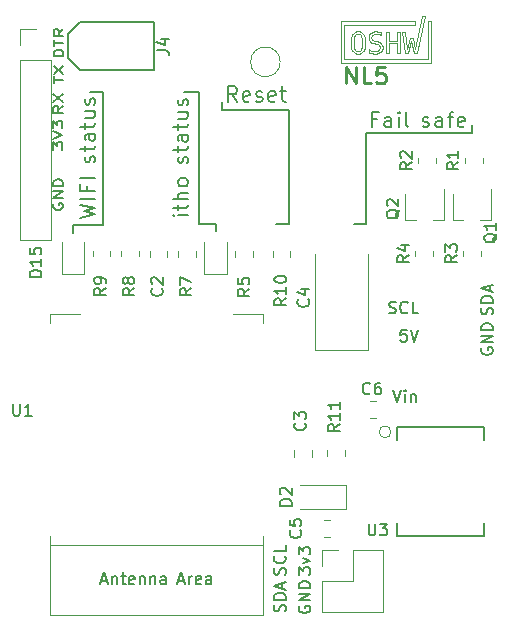
<source format=gto>
G04 #@! TF.GenerationSoftware,KiCad,Pcbnew,(7.0.0-0)*
G04 #@! TF.CreationDate,2023-06-06T22:29:37+02:00*
G04 #@! TF.ProjectId,ithowifi_4l,6974686f-7769-4666-995f-346c2e6b6963,rev?*
G04 #@! TF.SameCoordinates,Original*
G04 #@! TF.FileFunction,Legend,Top*
G04 #@! TF.FilePolarity,Positive*
%FSLAX46Y46*%
G04 Gerber Fmt 4.6, Leading zero omitted, Abs format (unit mm)*
G04 Created by KiCad (PCBNEW (7.0.0-0)) date 2023-06-06 22:29:37*
%MOMM*%
%LPD*%
G01*
G04 APERTURE LIST*
%ADD10C,0.200000*%
%ADD11C,0.125000*%
%ADD12C,0.150000*%
%ADD13C,0.219726*%
%ADD14C,0.120000*%
G04 APERTURE END LIST*
D10*
X99568000Y-111760000D02*
X99568000Y-122936000D01*
X99568000Y-111760000D02*
X98298000Y-111760000D01*
X99568000Y-122936000D02*
X100965000Y-122936000D01*
X100965000Y-123571000D02*
X100965000Y-122936000D01*
X113665000Y-122936000D02*
X112649000Y-122936000D01*
X113665000Y-122936000D02*
X113665000Y-115252500D01*
X122682000Y-115252500D02*
X122682000Y-114617500D01*
X113665000Y-115252500D02*
X122682000Y-115252500D01*
X106045000Y-122936000D02*
X107188000Y-122936000D01*
X101473000Y-113284000D02*
X101473000Y-112649000D01*
X101473000Y-113284000D02*
X107188000Y-113284000D01*
X107188000Y-122936000D02*
X107188000Y-113284000D01*
X88900000Y-123063000D02*
X91440000Y-123063000D01*
D11*
X116768896Y-106703121D02*
X116768896Y-106703121D01*
X117040946Y-108525770D02*
X116768896Y-106703121D01*
X117274296Y-108525770D02*
X117040946Y-108525770D01*
X117520896Y-107442870D02*
X117274296Y-108525770D01*
X117768496Y-108525770D02*
X117520896Y-107442870D01*
X118001795Y-108525770D02*
X117768496Y-108525770D01*
X118690546Y-105348970D02*
X118001795Y-108525770D01*
X118450196Y-105348970D02*
X118690546Y-105348970D01*
X117858846Y-108185070D02*
X118450196Y-105348970D01*
X117648846Y-107203620D02*
X117858846Y-108185070D01*
X117391446Y-107203620D02*
X117648846Y-107203620D01*
X117183946Y-108182620D02*
X117391446Y-107203620D01*
X117009246Y-106703121D02*
X117183946Y-108182620D01*
X116768896Y-106703121D02*
X117009246Y-106703121D01*
X115431795Y-106703121D02*
X115431795Y-106703121D01*
X115431795Y-108525770D02*
X115431795Y-106703121D01*
X115679746Y-108525770D02*
X115431795Y-108525770D01*
X115679746Y-107657720D02*
X115679746Y-108525770D01*
X116354646Y-107657720D02*
X115679746Y-107657720D01*
X116354646Y-108525770D02*
X116354646Y-107657720D01*
X116602596Y-108525770D02*
X116354646Y-108525770D01*
X116602596Y-106703121D02*
X116602596Y-108525770D01*
X116354646Y-106703121D02*
X116602596Y-106703121D01*
X116354646Y-107450220D02*
X116354646Y-106703121D01*
X115679746Y-107450220D02*
X116354646Y-107450220D01*
X115679746Y-106703121D02*
X115679746Y-107450220D01*
X115431795Y-106703121D02*
X115679746Y-106703121D01*
X114996431Y-106765820D02*
X114996431Y-106765520D01*
X114975001Y-106757670D02*
X114996431Y-106765820D01*
X114771546Y-106698820D02*
X114975001Y-106757670D01*
X114752281Y-106695020D02*
X114771546Y-106698820D01*
X114732756Y-106690921D02*
X114752281Y-106695020D01*
X114586541Y-106670570D02*
X114732756Y-106690921D01*
X114531476Y-106670570D02*
X114586541Y-106670570D01*
X114469896Y-106670570D02*
X114531476Y-106670570D01*
X114285976Y-106707220D02*
X114469896Y-106670570D01*
X114121861Y-106793470D02*
X114285976Y-106707220D01*
X114094466Y-106818170D02*
X114121861Y-106793470D01*
X114067066Y-106842570D02*
X114094466Y-106818170D01*
X113971580Y-106989070D02*
X114067066Y-106842570D01*
X113930885Y-107153720D02*
X113971580Y-106989070D01*
X113930885Y-107208770D02*
X113930885Y-107153720D01*
X113930885Y-107252470D02*
X113930885Y-107208770D01*
X113959376Y-107384020D02*
X113930885Y-107252470D01*
X114026376Y-107500670D02*
X113959376Y-107384020D01*
X114045636Y-107520220D02*
X114026376Y-107500670D01*
X114064626Y-107539470D02*
X114045636Y-107520220D01*
X114195101Y-107621370D02*
X114064626Y-107539470D01*
X114371971Y-107683770D02*
X114195101Y-107621370D01*
X114414291Y-107693270D02*
X114371971Y-107683770D01*
X114545851Y-107723920D02*
X114414291Y-107693270D01*
X114575151Y-107730420D02*
X114545851Y-107723920D01*
X114696136Y-107771121D02*
X114575151Y-107730420D01*
X114781851Y-107822670D02*
X114696136Y-107771121D01*
X114793791Y-107834870D02*
X114781851Y-107822670D01*
X114805726Y-107846820D02*
X114793791Y-107834870D01*
X114865681Y-107991370D02*
X114805726Y-107846820D01*
X114865681Y-108043720D02*
X114865681Y-107991370D01*
X114865681Y-108077120D02*
X114865681Y-108043720D01*
X114839636Y-108177220D02*
X114865681Y-108077120D01*
X114779146Y-108264020D02*
X114839636Y-108177220D01*
X114762056Y-108278120D02*
X114779146Y-108264020D01*
X114744691Y-108291970D02*
X114762056Y-108278120D01*
X114637541Y-108340220D02*
X114744691Y-108291970D01*
X114513026Y-108361120D02*
X114637541Y-108340220D01*
X114471526Y-108361120D02*
X114513026Y-108361120D01*
X114413471Y-108361120D02*
X114471526Y-108361120D01*
X114239591Y-108326420D02*
X114413471Y-108361120D01*
X114218706Y-108319620D02*
X114239591Y-108326420D01*
X114197816Y-108312571D02*
X114218706Y-108319620D01*
X113977275Y-108203771D02*
X114197816Y-108312571D01*
X113953951Y-108189120D02*
X113977275Y-108203771D01*
X113953951Y-108451470D02*
X113953951Y-108189120D01*
X113975651Y-108460420D02*
X113953951Y-108451470D01*
X114192116Y-108528770D02*
X113975651Y-108460420D01*
X114213816Y-108533370D02*
X114192116Y-108528770D01*
X114235251Y-108537970D02*
X114213816Y-108533370D01*
X114406966Y-108561320D02*
X114235251Y-108537970D01*
X114471526Y-108561320D02*
X114406966Y-108561320D01*
X114539066Y-108561320D02*
X114471526Y-108561320D01*
X114742521Y-108527121D02*
X114539066Y-108561320D01*
X114913421Y-108447370D02*
X114742521Y-108527121D01*
X114940276Y-108424620D02*
X114913421Y-108447370D01*
X114967131Y-108401820D02*
X114940276Y-108424620D01*
X115060991Y-108256970D02*
X114967131Y-108401820D01*
X115101411Y-108085220D02*
X115060991Y-108256970D01*
X115101411Y-108028020D02*
X115101411Y-108085220D01*
X115101411Y-107978371D02*
X115101411Y-108028020D01*
X115072111Y-107830270D02*
X115101411Y-107978371D01*
X115003751Y-107700070D02*
X115072111Y-107830270D01*
X114984221Y-107678870D02*
X115003751Y-107700070D01*
X114964686Y-107657470D02*
X114984221Y-107678870D01*
X114832041Y-107567670D02*
X114964686Y-107657470D01*
X114653276Y-107500670D02*
X114832041Y-107567670D01*
X114610686Y-107490920D02*
X114653276Y-107500670D01*
X114481291Y-107461620D02*
X114610686Y-107490920D01*
X114450911Y-107454270D02*
X114481291Y-107461620D01*
X114243385Y-107365870D02*
X114450911Y-107454270D01*
X114232271Y-107355270D02*
X114243385Y-107365870D01*
X114221146Y-107344670D02*
X114232271Y-107355270D01*
X114166346Y-107216920D02*
X114221146Y-107344670D01*
X114166346Y-107170820D02*
X114166346Y-107216920D01*
X114166346Y-107139870D02*
X114166346Y-107170820D01*
X114191576Y-107047120D02*
X114166346Y-107139870D01*
X114250716Y-106965720D02*
X114191576Y-107047120D01*
X114267806Y-106952421D02*
X114250716Y-106965720D01*
X114284626Y-106938620D02*
X114267806Y-106952421D01*
X114387431Y-106891120D02*
X114284626Y-106938620D01*
X114514386Y-106870520D02*
X114387431Y-106891120D01*
X114543681Y-106870520D02*
X114514386Y-106870520D01*
X114562671Y-106870520D02*
X114543681Y-106870520D01*
X114752011Y-106900920D02*
X114562671Y-106870520D01*
X114770736Y-106907120D02*
X114752011Y-106900920D01*
X114789451Y-106913120D02*
X114770736Y-106907120D01*
X114977706Y-107003720D02*
X114789451Y-106913120D01*
X114996431Y-107015920D02*
X114977706Y-107003720D01*
X114996431Y-106765520D02*
X114996431Y-107015920D01*
X113619201Y-107616221D02*
X113619201Y-107616221D01*
X113619201Y-107512070D02*
X113619201Y-107616221D01*
X113581225Y-107199570D02*
X113619201Y-107512070D01*
X113493061Y-106943470D02*
X113581225Y-107199570D01*
X113467841Y-106904420D02*
X113493061Y-106943470D01*
X113442611Y-106865370D02*
X113467841Y-106904420D01*
X113277951Y-106728620D02*
X113442611Y-106865370D01*
X113076125Y-106670020D02*
X113277951Y-106728620D01*
X113008851Y-106670020D02*
X113076125Y-106670020D01*
X112941576Y-106670020D02*
X113008851Y-106670020D01*
X112740296Y-106728620D02*
X112941576Y-106670020D01*
X112575096Y-106865370D02*
X112740296Y-106728620D01*
X112549866Y-106904420D02*
X112575096Y-106865370D01*
X112524636Y-106943470D02*
X112549866Y-106904420D01*
X112437021Y-107199570D02*
X112524636Y-106943470D01*
X112399581Y-107512070D02*
X112437021Y-107199570D01*
X112399581Y-107616221D02*
X112399581Y-107512070D01*
X112399581Y-107720370D02*
X112399581Y-107616221D01*
X112437021Y-108033170D02*
X112399581Y-107720370D01*
X112524636Y-108288671D02*
X112437021Y-108033170D01*
X112549866Y-108327770D02*
X112524636Y-108288671D01*
X112574826Y-108366570D02*
X112549866Y-108327770D01*
X112739486Y-108502470D02*
X112574826Y-108366570D01*
X112941306Y-108561070D02*
X112739486Y-108502470D01*
X113008851Y-108561070D02*
X112941306Y-108561070D01*
X113076125Y-108561070D02*
X113008851Y-108561070D01*
X113277951Y-108502470D02*
X113076125Y-108561070D01*
X113442611Y-108365720D02*
X113277951Y-108502470D01*
X113467841Y-108326670D02*
X113442611Y-108365720D01*
X113493061Y-108287620D02*
X113467841Y-108326670D01*
X113581225Y-108031820D02*
X113493061Y-108287620D01*
X113619201Y-107720120D02*
X113581225Y-108031820D01*
X113619201Y-107616221D02*
X113619201Y-107720120D01*
X113361501Y-107616221D02*
X113361501Y-107616221D01*
X113361501Y-107702220D02*
X113361501Y-107616221D01*
X113340611Y-107960470D02*
X113361501Y-107702220D01*
X113292326Y-108161220D02*
X113340611Y-107960470D01*
X113278491Y-108189970D02*
X113292326Y-108161220D01*
X113264656Y-108218420D02*
X113278491Y-108189970D01*
X113169986Y-108317970D02*
X113264656Y-108218420D01*
X113049001Y-108360871D02*
X113169986Y-108317970D01*
X113008851Y-108360871D02*
X113049001Y-108360871D01*
X112968431Y-108360871D02*
X113008851Y-108360871D01*
X112847721Y-108317720D02*
X112968431Y-108360871D01*
X112752775Y-108217070D02*
X112847721Y-108317720D01*
X112738941Y-108188620D02*
X112752775Y-108217070D01*
X112725101Y-108159870D02*
X112738941Y-108188620D01*
X112677631Y-107959370D02*
X112725101Y-108159870D01*
X112657291Y-107701971D02*
X112677631Y-107959370D01*
X112657291Y-107616221D02*
X112657291Y-107701971D01*
X112657291Y-107529970D02*
X112657291Y-107616221D01*
X112677631Y-107271970D02*
X112657291Y-107529970D01*
X112725101Y-107070970D02*
X112677631Y-107271970D01*
X112738941Y-107042470D02*
X112725101Y-107070970D01*
X112752775Y-107013720D02*
X112738941Y-107042470D01*
X112847721Y-106913120D02*
X112752775Y-107013720D01*
X111558386Y-105805820D02*
X111558386Y-109350710D01*
X119243946Y-105805820D02*
X118937946Y-105805820D01*
X119243946Y-109350710D02*
X119243946Y-105805820D01*
X112968431Y-106870221D02*
X112847721Y-106913120D01*
X113008851Y-106870221D02*
X112968431Y-106870221D01*
X113049001Y-106870221D02*
X113008851Y-106870221D01*
X113169986Y-106913120D02*
X113049001Y-106870221D01*
X113264656Y-107013720D02*
X113169986Y-106913120D01*
X113278491Y-107042470D02*
X113264656Y-107013720D01*
X111870886Y-106118320D02*
X117878096Y-106118320D01*
X111870886Y-109038210D02*
X111870886Y-106118320D01*
X111558386Y-109350710D02*
X119243946Y-109350710D01*
X118931446Y-109038210D02*
X111870886Y-109038210D01*
X118937946Y-105805820D02*
X118931446Y-109038210D01*
X117878096Y-105805820D02*
X111558386Y-105805820D01*
X117878096Y-106118320D02*
X117878096Y-105805820D01*
X113292326Y-107070970D02*
X113278491Y-107042470D01*
X113340611Y-107271970D02*
X113292326Y-107070970D01*
X113361501Y-107529970D02*
X113340611Y-107271970D01*
X113361501Y-107616221D02*
X113361501Y-107529970D01*
X111558386Y-105805820D02*
X111558386Y-105805820D01*
D10*
X90360500Y-111760000D02*
X91440000Y-111760000D01*
X88900000Y-123698000D02*
X88900000Y-123063000D01*
X91440000Y-111760000D02*
X91440000Y-123063000D01*
D12*
X115649524Y-130494761D02*
X115792381Y-130542380D01*
X115792381Y-130542380D02*
X116030476Y-130542380D01*
X116030476Y-130542380D02*
X116125714Y-130494761D01*
X116125714Y-130494761D02*
X116173333Y-130447142D01*
X116173333Y-130447142D02*
X116220952Y-130351904D01*
X116220952Y-130351904D02*
X116220952Y-130256666D01*
X116220952Y-130256666D02*
X116173333Y-130161428D01*
X116173333Y-130161428D02*
X116125714Y-130113809D01*
X116125714Y-130113809D02*
X116030476Y-130066190D01*
X116030476Y-130066190D02*
X115840000Y-130018571D01*
X115840000Y-130018571D02*
X115744762Y-129970952D01*
X115744762Y-129970952D02*
X115697143Y-129923333D01*
X115697143Y-129923333D02*
X115649524Y-129828095D01*
X115649524Y-129828095D02*
X115649524Y-129732857D01*
X115649524Y-129732857D02*
X115697143Y-129637619D01*
X115697143Y-129637619D02*
X115744762Y-129590000D01*
X115744762Y-129590000D02*
X115840000Y-129542380D01*
X115840000Y-129542380D02*
X116078095Y-129542380D01*
X116078095Y-129542380D02*
X116220952Y-129590000D01*
X117220952Y-130447142D02*
X117173333Y-130494761D01*
X117173333Y-130494761D02*
X117030476Y-130542380D01*
X117030476Y-130542380D02*
X116935238Y-130542380D01*
X116935238Y-130542380D02*
X116792381Y-130494761D01*
X116792381Y-130494761D02*
X116697143Y-130399523D01*
X116697143Y-130399523D02*
X116649524Y-130304285D01*
X116649524Y-130304285D02*
X116601905Y-130113809D01*
X116601905Y-130113809D02*
X116601905Y-129970952D01*
X116601905Y-129970952D02*
X116649524Y-129780476D01*
X116649524Y-129780476D02*
X116697143Y-129685238D01*
X116697143Y-129685238D02*
X116792381Y-129590000D01*
X116792381Y-129590000D02*
X116935238Y-129542380D01*
X116935238Y-129542380D02*
X117030476Y-129542380D01*
X117030476Y-129542380D02*
X117173333Y-129590000D01*
X117173333Y-129590000D02*
X117220952Y-129637619D01*
X118125714Y-130542380D02*
X117649524Y-130542380D01*
X117649524Y-130542380D02*
X117649524Y-129542380D01*
X87250904Y-111048704D02*
X87250904Y-110477276D01*
X88050904Y-110762990D02*
X87250904Y-110762990D01*
X87250904Y-110239180D02*
X88050904Y-109572514D01*
X87250904Y-109572514D02*
X88050904Y-110239180D01*
X87200104Y-116681094D02*
X87200104Y-116062047D01*
X87200104Y-116062047D02*
X87504866Y-116395380D01*
X87504866Y-116395380D02*
X87504866Y-116252523D01*
X87504866Y-116252523D02*
X87542961Y-116157285D01*
X87542961Y-116157285D02*
X87581057Y-116109666D01*
X87581057Y-116109666D02*
X87657247Y-116062047D01*
X87657247Y-116062047D02*
X87847723Y-116062047D01*
X87847723Y-116062047D02*
X87923914Y-116109666D01*
X87923914Y-116109666D02*
X87962009Y-116157285D01*
X87962009Y-116157285D02*
X88000104Y-116252523D01*
X88000104Y-116252523D02*
X88000104Y-116538237D01*
X88000104Y-116538237D02*
X87962009Y-116633475D01*
X87962009Y-116633475D02*
X87923914Y-116681094D01*
X87200104Y-115776332D02*
X88000104Y-115442999D01*
X88000104Y-115442999D02*
X87200104Y-115109666D01*
X87200104Y-114871570D02*
X87200104Y-114252523D01*
X87200104Y-114252523D02*
X87504866Y-114585856D01*
X87504866Y-114585856D02*
X87504866Y-114442999D01*
X87504866Y-114442999D02*
X87542961Y-114347761D01*
X87542961Y-114347761D02*
X87581057Y-114300142D01*
X87581057Y-114300142D02*
X87657247Y-114252523D01*
X87657247Y-114252523D02*
X87847723Y-114252523D01*
X87847723Y-114252523D02*
X87923914Y-114300142D01*
X87923914Y-114300142D02*
X87962009Y-114347761D01*
X87962009Y-114347761D02*
X88000104Y-114442999D01*
X88000104Y-114442999D02*
X88000104Y-114728713D01*
X88000104Y-114728713D02*
X87962009Y-114823951D01*
X87962009Y-114823951D02*
X87923914Y-114871570D01*
X87263600Y-121259504D02*
X87225504Y-121354742D01*
X87225504Y-121354742D02*
X87225504Y-121497599D01*
X87225504Y-121497599D02*
X87263600Y-121640456D01*
X87263600Y-121640456D02*
X87339790Y-121735694D01*
X87339790Y-121735694D02*
X87415980Y-121783313D01*
X87415980Y-121783313D02*
X87568361Y-121830932D01*
X87568361Y-121830932D02*
X87682647Y-121830932D01*
X87682647Y-121830932D02*
X87835028Y-121783313D01*
X87835028Y-121783313D02*
X87911219Y-121735694D01*
X87911219Y-121735694D02*
X87987409Y-121640456D01*
X87987409Y-121640456D02*
X88025504Y-121497599D01*
X88025504Y-121497599D02*
X88025504Y-121402361D01*
X88025504Y-121402361D02*
X87987409Y-121259504D01*
X87987409Y-121259504D02*
X87949314Y-121211885D01*
X87949314Y-121211885D02*
X87682647Y-121211885D01*
X87682647Y-121211885D02*
X87682647Y-121402361D01*
X88025504Y-120783313D02*
X87225504Y-120783313D01*
X87225504Y-120783313D02*
X88025504Y-120211885D01*
X88025504Y-120211885D02*
X87225504Y-120211885D01*
X88025504Y-119735694D02*
X87225504Y-119735694D01*
X87225504Y-119735694D02*
X87225504Y-119497599D01*
X87225504Y-119497599D02*
X87263600Y-119354742D01*
X87263600Y-119354742D02*
X87339790Y-119259504D01*
X87339790Y-119259504D02*
X87415980Y-119211885D01*
X87415980Y-119211885D02*
X87568361Y-119164266D01*
X87568361Y-119164266D02*
X87682647Y-119164266D01*
X87682647Y-119164266D02*
X87835028Y-119211885D01*
X87835028Y-119211885D02*
X87911219Y-119259504D01*
X87911219Y-119259504D02*
X87987409Y-119354742D01*
X87987409Y-119354742D02*
X88025504Y-119497599D01*
X88025504Y-119497599D02*
X88025504Y-119735694D01*
X88025504Y-112968066D02*
X87644552Y-113301399D01*
X88025504Y-113539494D02*
X87225504Y-113539494D01*
X87225504Y-113539494D02*
X87225504Y-113158542D01*
X87225504Y-113158542D02*
X87263600Y-113063304D01*
X87263600Y-113063304D02*
X87301695Y-113015685D01*
X87301695Y-113015685D02*
X87377885Y-112968066D01*
X87377885Y-112968066D02*
X87492171Y-112968066D01*
X87492171Y-112968066D02*
X87568361Y-113015685D01*
X87568361Y-113015685D02*
X87606457Y-113063304D01*
X87606457Y-113063304D02*
X87644552Y-113158542D01*
X87644552Y-113158542D02*
X87644552Y-113539494D01*
X87225504Y-112634732D02*
X88025504Y-111968066D01*
X87225504Y-111968066D02*
X88025504Y-112634732D01*
X106851761Y-152658475D02*
X106899380Y-152515618D01*
X106899380Y-152515618D02*
X106899380Y-152277523D01*
X106899380Y-152277523D02*
X106851761Y-152182285D01*
X106851761Y-152182285D02*
X106804142Y-152134666D01*
X106804142Y-152134666D02*
X106708904Y-152087047D01*
X106708904Y-152087047D02*
X106613666Y-152087047D01*
X106613666Y-152087047D02*
X106518428Y-152134666D01*
X106518428Y-152134666D02*
X106470809Y-152182285D01*
X106470809Y-152182285D02*
X106423190Y-152277523D01*
X106423190Y-152277523D02*
X106375571Y-152467999D01*
X106375571Y-152467999D02*
X106327952Y-152563237D01*
X106327952Y-152563237D02*
X106280333Y-152610856D01*
X106280333Y-152610856D02*
X106185095Y-152658475D01*
X106185095Y-152658475D02*
X106089857Y-152658475D01*
X106089857Y-152658475D02*
X105994619Y-152610856D01*
X105994619Y-152610856D02*
X105947000Y-152563237D01*
X105947000Y-152563237D02*
X105899380Y-152467999D01*
X105899380Y-152467999D02*
X105899380Y-152229904D01*
X105899380Y-152229904D02*
X105947000Y-152087047D01*
X106804142Y-151087047D02*
X106851761Y-151134666D01*
X106851761Y-151134666D02*
X106899380Y-151277523D01*
X106899380Y-151277523D02*
X106899380Y-151372761D01*
X106899380Y-151372761D02*
X106851761Y-151515618D01*
X106851761Y-151515618D02*
X106756523Y-151610856D01*
X106756523Y-151610856D02*
X106661285Y-151658475D01*
X106661285Y-151658475D02*
X106470809Y-151706094D01*
X106470809Y-151706094D02*
X106327952Y-151706094D01*
X106327952Y-151706094D02*
X106137476Y-151658475D01*
X106137476Y-151658475D02*
X106042238Y-151610856D01*
X106042238Y-151610856D02*
X105947000Y-151515618D01*
X105947000Y-151515618D02*
X105899380Y-151372761D01*
X105899380Y-151372761D02*
X105899380Y-151277523D01*
X105899380Y-151277523D02*
X105947000Y-151134666D01*
X105947000Y-151134666D02*
X105994619Y-151087047D01*
X106899380Y-150182285D02*
X106899380Y-150658475D01*
X106899380Y-150658475D02*
X105899380Y-150658475D01*
X106851761Y-155782285D02*
X106899380Y-155639428D01*
X106899380Y-155639428D02*
X106899380Y-155401333D01*
X106899380Y-155401333D02*
X106851761Y-155306095D01*
X106851761Y-155306095D02*
X106804142Y-155258476D01*
X106804142Y-155258476D02*
X106708904Y-155210857D01*
X106708904Y-155210857D02*
X106613666Y-155210857D01*
X106613666Y-155210857D02*
X106518428Y-155258476D01*
X106518428Y-155258476D02*
X106470809Y-155306095D01*
X106470809Y-155306095D02*
X106423190Y-155401333D01*
X106423190Y-155401333D02*
X106375571Y-155591809D01*
X106375571Y-155591809D02*
X106327952Y-155687047D01*
X106327952Y-155687047D02*
X106280333Y-155734666D01*
X106280333Y-155734666D02*
X106185095Y-155782285D01*
X106185095Y-155782285D02*
X106089857Y-155782285D01*
X106089857Y-155782285D02*
X105994619Y-155734666D01*
X105994619Y-155734666D02*
X105947000Y-155687047D01*
X105947000Y-155687047D02*
X105899380Y-155591809D01*
X105899380Y-155591809D02*
X105899380Y-155353714D01*
X105899380Y-155353714D02*
X105947000Y-155210857D01*
X106899380Y-154782285D02*
X105899380Y-154782285D01*
X105899380Y-154782285D02*
X105899380Y-154544190D01*
X105899380Y-154544190D02*
X105947000Y-154401333D01*
X105947000Y-154401333D02*
X106042238Y-154306095D01*
X106042238Y-154306095D02*
X106137476Y-154258476D01*
X106137476Y-154258476D02*
X106327952Y-154210857D01*
X106327952Y-154210857D02*
X106470809Y-154210857D01*
X106470809Y-154210857D02*
X106661285Y-154258476D01*
X106661285Y-154258476D02*
X106756523Y-154306095D01*
X106756523Y-154306095D02*
X106851761Y-154401333D01*
X106851761Y-154401333D02*
X106899380Y-154544190D01*
X106899380Y-154544190D02*
X106899380Y-154782285D01*
X106613666Y-153829904D02*
X106613666Y-153353714D01*
X106899380Y-153925142D02*
X105899380Y-153591809D01*
X105899380Y-153591809D02*
X106899380Y-153258476D01*
X108047000Y-155329904D02*
X107999380Y-155425142D01*
X107999380Y-155425142D02*
X107999380Y-155567999D01*
X107999380Y-155567999D02*
X108047000Y-155710856D01*
X108047000Y-155710856D02*
X108142238Y-155806094D01*
X108142238Y-155806094D02*
X108237476Y-155853713D01*
X108237476Y-155853713D02*
X108427952Y-155901332D01*
X108427952Y-155901332D02*
X108570809Y-155901332D01*
X108570809Y-155901332D02*
X108761285Y-155853713D01*
X108761285Y-155853713D02*
X108856523Y-155806094D01*
X108856523Y-155806094D02*
X108951761Y-155710856D01*
X108951761Y-155710856D02*
X108999380Y-155567999D01*
X108999380Y-155567999D02*
X108999380Y-155472761D01*
X108999380Y-155472761D02*
X108951761Y-155329904D01*
X108951761Y-155329904D02*
X108904142Y-155282285D01*
X108904142Y-155282285D02*
X108570809Y-155282285D01*
X108570809Y-155282285D02*
X108570809Y-155472761D01*
X108999380Y-154853713D02*
X107999380Y-154853713D01*
X107999380Y-154853713D02*
X108999380Y-154282285D01*
X108999380Y-154282285D02*
X107999380Y-154282285D01*
X108999380Y-153806094D02*
X107999380Y-153806094D01*
X107999380Y-153806094D02*
X107999380Y-153567999D01*
X107999380Y-153567999D02*
X108047000Y-153425142D01*
X108047000Y-153425142D02*
X108142238Y-153329904D01*
X108142238Y-153329904D02*
X108237476Y-153282285D01*
X108237476Y-153282285D02*
X108427952Y-153234666D01*
X108427952Y-153234666D02*
X108570809Y-153234666D01*
X108570809Y-153234666D02*
X108761285Y-153282285D01*
X108761285Y-153282285D02*
X108856523Y-153329904D01*
X108856523Y-153329904D02*
X108951761Y-153425142D01*
X108951761Y-153425142D02*
X108999380Y-153567999D01*
X108999380Y-153567999D02*
X108999380Y-153806094D01*
X107999380Y-152658475D02*
X107999380Y-152039428D01*
X107999380Y-152039428D02*
X108380333Y-152372761D01*
X108380333Y-152372761D02*
X108380333Y-152229904D01*
X108380333Y-152229904D02*
X108427952Y-152134666D01*
X108427952Y-152134666D02*
X108475571Y-152087047D01*
X108475571Y-152087047D02*
X108570809Y-152039428D01*
X108570809Y-152039428D02*
X108808904Y-152039428D01*
X108808904Y-152039428D02*
X108904142Y-152087047D01*
X108904142Y-152087047D02*
X108951761Y-152134666D01*
X108951761Y-152134666D02*
X108999380Y-152229904D01*
X108999380Y-152229904D02*
X108999380Y-152515618D01*
X108999380Y-152515618D02*
X108951761Y-152610856D01*
X108951761Y-152610856D02*
X108904142Y-152658475D01*
X108332714Y-151706094D02*
X108999380Y-151467999D01*
X108999380Y-151467999D02*
X108332714Y-151229904D01*
X107999380Y-150944189D02*
X107999380Y-150325142D01*
X107999380Y-150325142D02*
X108380333Y-150658475D01*
X108380333Y-150658475D02*
X108380333Y-150515618D01*
X108380333Y-150515618D02*
X108427952Y-150420380D01*
X108427952Y-150420380D02*
X108475571Y-150372761D01*
X108475571Y-150372761D02*
X108570809Y-150325142D01*
X108570809Y-150325142D02*
X108808904Y-150325142D01*
X108808904Y-150325142D02*
X108904142Y-150372761D01*
X108904142Y-150372761D02*
X108951761Y-150420380D01*
X108951761Y-150420380D02*
X108999380Y-150515618D01*
X108999380Y-150515618D02*
X108999380Y-150801332D01*
X108999380Y-150801332D02*
X108951761Y-150896570D01*
X108951761Y-150896570D02*
X108904142Y-150944189D01*
X117141523Y-131935380D02*
X116665333Y-131935380D01*
X116665333Y-131935380D02*
X116617714Y-132411571D01*
X116617714Y-132411571D02*
X116665333Y-132363952D01*
X116665333Y-132363952D02*
X116760571Y-132316333D01*
X116760571Y-132316333D02*
X116998666Y-132316333D01*
X116998666Y-132316333D02*
X117093904Y-132363952D01*
X117093904Y-132363952D02*
X117141523Y-132411571D01*
X117141523Y-132411571D02*
X117189142Y-132506809D01*
X117189142Y-132506809D02*
X117189142Y-132744904D01*
X117189142Y-132744904D02*
X117141523Y-132840142D01*
X117141523Y-132840142D02*
X117093904Y-132887761D01*
X117093904Y-132887761D02*
X116998666Y-132935380D01*
X116998666Y-132935380D02*
X116760571Y-132935380D01*
X116760571Y-132935380D02*
X116665333Y-132887761D01*
X116665333Y-132887761D02*
X116617714Y-132840142D01*
X117474857Y-131935380D02*
X117808190Y-132935380D01*
X117808190Y-132935380D02*
X118141523Y-131935380D01*
X86219380Y-127452285D02*
X85219380Y-127452285D01*
X85219380Y-127452285D02*
X85219380Y-127214190D01*
X85219380Y-127214190D02*
X85267000Y-127071333D01*
X85267000Y-127071333D02*
X85362238Y-126976095D01*
X85362238Y-126976095D02*
X85457476Y-126928476D01*
X85457476Y-126928476D02*
X85647952Y-126880857D01*
X85647952Y-126880857D02*
X85790809Y-126880857D01*
X85790809Y-126880857D02*
X85981285Y-126928476D01*
X85981285Y-126928476D02*
X86076523Y-126976095D01*
X86076523Y-126976095D02*
X86171761Y-127071333D01*
X86171761Y-127071333D02*
X86219380Y-127214190D01*
X86219380Y-127214190D02*
X86219380Y-127452285D01*
X86219380Y-125928476D02*
X86219380Y-126499904D01*
X86219380Y-126214190D02*
X85219380Y-126214190D01*
X85219380Y-126214190D02*
X85362238Y-126309428D01*
X85362238Y-126309428D02*
X85457476Y-126404666D01*
X85457476Y-126404666D02*
X85505095Y-126499904D01*
X85219380Y-125023714D02*
X85219380Y-125499904D01*
X85219380Y-125499904D02*
X85695571Y-125547523D01*
X85695571Y-125547523D02*
X85647952Y-125499904D01*
X85647952Y-125499904D02*
X85600333Y-125404666D01*
X85600333Y-125404666D02*
X85600333Y-125166571D01*
X85600333Y-125166571D02*
X85647952Y-125071333D01*
X85647952Y-125071333D02*
X85695571Y-125023714D01*
X85695571Y-125023714D02*
X85790809Y-124976095D01*
X85790809Y-124976095D02*
X86028904Y-124976095D01*
X86028904Y-124976095D02*
X86124142Y-125023714D01*
X86124142Y-125023714D02*
X86171761Y-125071333D01*
X86171761Y-125071333D02*
X86219380Y-125166571D01*
X86219380Y-125166571D02*
X86219380Y-125404666D01*
X86219380Y-125404666D02*
X86171761Y-125499904D01*
X86171761Y-125499904D02*
X86124142Y-125547523D01*
D13*
X112029833Y-111074333D02*
X112029833Y-109674333D01*
X112029833Y-109674333D02*
X112829833Y-111074333D01*
X112829833Y-111074333D02*
X112829833Y-109674333D01*
X114163167Y-111074333D02*
X113496500Y-111074333D01*
X113496500Y-111074333D02*
X113496500Y-109674333D01*
X115296500Y-109674333D02*
X114629833Y-109674333D01*
X114629833Y-109674333D02*
X114563166Y-110341000D01*
X114563166Y-110341000D02*
X114629833Y-110274333D01*
X114629833Y-110274333D02*
X114763166Y-110207666D01*
X114763166Y-110207666D02*
X115096500Y-110207666D01*
X115096500Y-110207666D02*
X115229833Y-110274333D01*
X115229833Y-110274333D02*
X115296500Y-110341000D01*
X115296500Y-110341000D02*
X115363166Y-110474333D01*
X115363166Y-110474333D02*
X115363166Y-110807666D01*
X115363166Y-110807666D02*
X115296500Y-110941000D01*
X115296500Y-110941000D02*
X115229833Y-111007666D01*
X115229833Y-111007666D02*
X115096500Y-111074333D01*
X115096500Y-111074333D02*
X114763166Y-111074333D01*
X114763166Y-111074333D02*
X114629833Y-111007666D01*
X114629833Y-111007666D02*
X114563166Y-110941000D01*
D12*
X116008191Y-137035380D02*
X116341524Y-138035380D01*
X116341524Y-138035380D02*
X116674857Y-137035380D01*
X117008191Y-138035380D02*
X117008191Y-137368714D01*
X117008191Y-137035380D02*
X116960572Y-137083000D01*
X116960572Y-137083000D02*
X117008191Y-137130619D01*
X117008191Y-137130619D02*
X117055810Y-137083000D01*
X117055810Y-137083000D02*
X117008191Y-137035380D01*
X117008191Y-137035380D02*
X117008191Y-137130619D01*
X117484381Y-137368714D02*
X117484381Y-138035380D01*
X117484381Y-137463952D02*
X117532000Y-137416333D01*
X117532000Y-137416333D02*
X117627238Y-137368714D01*
X117627238Y-137368714D02*
X117770095Y-137368714D01*
X117770095Y-137368714D02*
X117865333Y-137416333D01*
X117865333Y-137416333D02*
X117912952Y-137511571D01*
X117912952Y-137511571D02*
X117912952Y-138035380D01*
X123494000Y-133476904D02*
X123446380Y-133572142D01*
X123446380Y-133572142D02*
X123446380Y-133714999D01*
X123446380Y-133714999D02*
X123494000Y-133857856D01*
X123494000Y-133857856D02*
X123589238Y-133953094D01*
X123589238Y-133953094D02*
X123684476Y-134000713D01*
X123684476Y-134000713D02*
X123874952Y-134048332D01*
X123874952Y-134048332D02*
X124017809Y-134048332D01*
X124017809Y-134048332D02*
X124208285Y-134000713D01*
X124208285Y-134000713D02*
X124303523Y-133953094D01*
X124303523Y-133953094D02*
X124398761Y-133857856D01*
X124398761Y-133857856D02*
X124446380Y-133714999D01*
X124446380Y-133714999D02*
X124446380Y-133619761D01*
X124446380Y-133619761D02*
X124398761Y-133476904D01*
X124398761Y-133476904D02*
X124351142Y-133429285D01*
X124351142Y-133429285D02*
X124017809Y-133429285D01*
X124017809Y-133429285D02*
X124017809Y-133619761D01*
X124446380Y-133000713D02*
X123446380Y-133000713D01*
X123446380Y-133000713D02*
X124446380Y-132429285D01*
X124446380Y-132429285D02*
X123446380Y-132429285D01*
X124446380Y-131953094D02*
X123446380Y-131953094D01*
X123446380Y-131953094D02*
X123446380Y-131714999D01*
X123446380Y-131714999D02*
X123494000Y-131572142D01*
X123494000Y-131572142D02*
X123589238Y-131476904D01*
X123589238Y-131476904D02*
X123684476Y-131429285D01*
X123684476Y-131429285D02*
X123874952Y-131381666D01*
X123874952Y-131381666D02*
X124017809Y-131381666D01*
X124017809Y-131381666D02*
X124208285Y-131429285D01*
X124208285Y-131429285D02*
X124303523Y-131476904D01*
X124303523Y-131476904D02*
X124398761Y-131572142D01*
X124398761Y-131572142D02*
X124446380Y-131714999D01*
X124446380Y-131714999D02*
X124446380Y-131953094D01*
X124398761Y-130627285D02*
X124446380Y-130484428D01*
X124446380Y-130484428D02*
X124446380Y-130246333D01*
X124446380Y-130246333D02*
X124398761Y-130151095D01*
X124398761Y-130151095D02*
X124351142Y-130103476D01*
X124351142Y-130103476D02*
X124255904Y-130055857D01*
X124255904Y-130055857D02*
X124160666Y-130055857D01*
X124160666Y-130055857D02*
X124065428Y-130103476D01*
X124065428Y-130103476D02*
X124017809Y-130151095D01*
X124017809Y-130151095D02*
X123970190Y-130246333D01*
X123970190Y-130246333D02*
X123922571Y-130436809D01*
X123922571Y-130436809D02*
X123874952Y-130532047D01*
X123874952Y-130532047D02*
X123827333Y-130579666D01*
X123827333Y-130579666D02*
X123732095Y-130627285D01*
X123732095Y-130627285D02*
X123636857Y-130627285D01*
X123636857Y-130627285D02*
X123541619Y-130579666D01*
X123541619Y-130579666D02*
X123494000Y-130532047D01*
X123494000Y-130532047D02*
X123446380Y-130436809D01*
X123446380Y-130436809D02*
X123446380Y-130198714D01*
X123446380Y-130198714D02*
X123494000Y-130055857D01*
X124446380Y-129627285D02*
X123446380Y-129627285D01*
X123446380Y-129627285D02*
X123446380Y-129389190D01*
X123446380Y-129389190D02*
X123494000Y-129246333D01*
X123494000Y-129246333D02*
X123589238Y-129151095D01*
X123589238Y-129151095D02*
X123684476Y-129103476D01*
X123684476Y-129103476D02*
X123874952Y-129055857D01*
X123874952Y-129055857D02*
X124017809Y-129055857D01*
X124017809Y-129055857D02*
X124208285Y-129103476D01*
X124208285Y-129103476D02*
X124303523Y-129151095D01*
X124303523Y-129151095D02*
X124398761Y-129246333D01*
X124398761Y-129246333D02*
X124446380Y-129389190D01*
X124446380Y-129389190D02*
X124446380Y-129627285D01*
X124160666Y-128674904D02*
X124160666Y-128198714D01*
X124446380Y-128770142D02*
X123446380Y-128436809D01*
X123446380Y-128436809D02*
X124446380Y-128103476D01*
X88076304Y-108788056D02*
X87276304Y-108788056D01*
X87276304Y-108788056D02*
X87276304Y-108549961D01*
X87276304Y-108549961D02*
X87314400Y-108407104D01*
X87314400Y-108407104D02*
X87390590Y-108311866D01*
X87390590Y-108311866D02*
X87466780Y-108264247D01*
X87466780Y-108264247D02*
X87619161Y-108216628D01*
X87619161Y-108216628D02*
X87733447Y-108216628D01*
X87733447Y-108216628D02*
X87885828Y-108264247D01*
X87885828Y-108264247D02*
X87962019Y-108311866D01*
X87962019Y-108311866D02*
X88038209Y-108407104D01*
X88038209Y-108407104D02*
X88076304Y-108549961D01*
X88076304Y-108549961D02*
X88076304Y-108788056D01*
X87276304Y-107930913D02*
X87276304Y-107359485D01*
X88076304Y-107645199D02*
X87276304Y-107645199D01*
X88076304Y-106454723D02*
X87695352Y-106788056D01*
X88076304Y-107026151D02*
X87276304Y-107026151D01*
X87276304Y-107026151D02*
X87276304Y-106645199D01*
X87276304Y-106645199D02*
X87314400Y-106549961D01*
X87314400Y-106549961D02*
X87352495Y-106502342D01*
X87352495Y-106502342D02*
X87428685Y-106454723D01*
X87428685Y-106454723D02*
X87542971Y-106454723D01*
X87542971Y-106454723D02*
X87619161Y-106502342D01*
X87619161Y-106502342D02*
X87657257Y-106549961D01*
X87657257Y-106549961D02*
X87695352Y-106645199D01*
X87695352Y-106645199D02*
X87695352Y-107026151D01*
X116540619Y-121761238D02*
X116493000Y-121856476D01*
X116493000Y-121856476D02*
X116397761Y-121951714D01*
X116397761Y-121951714D02*
X116254904Y-122094571D01*
X116254904Y-122094571D02*
X116207285Y-122189809D01*
X116207285Y-122189809D02*
X116207285Y-122285047D01*
X116445380Y-122237428D02*
X116397761Y-122332666D01*
X116397761Y-122332666D02*
X116302523Y-122427904D01*
X116302523Y-122427904D02*
X116112047Y-122475523D01*
X116112047Y-122475523D02*
X115778714Y-122475523D01*
X115778714Y-122475523D02*
X115588238Y-122427904D01*
X115588238Y-122427904D02*
X115493000Y-122332666D01*
X115493000Y-122332666D02*
X115445380Y-122237428D01*
X115445380Y-122237428D02*
X115445380Y-122046952D01*
X115445380Y-122046952D02*
X115493000Y-121951714D01*
X115493000Y-121951714D02*
X115588238Y-121856476D01*
X115588238Y-121856476D02*
X115778714Y-121808857D01*
X115778714Y-121808857D02*
X116112047Y-121808857D01*
X116112047Y-121808857D02*
X116302523Y-121856476D01*
X116302523Y-121856476D02*
X116397761Y-121951714D01*
X116397761Y-121951714D02*
X116445380Y-122046952D01*
X116445380Y-122046952D02*
X116445380Y-122237428D01*
X115540619Y-121427904D02*
X115493000Y-121380285D01*
X115493000Y-121380285D02*
X115445380Y-121285047D01*
X115445380Y-121285047D02*
X115445380Y-121046952D01*
X115445380Y-121046952D02*
X115493000Y-120951714D01*
X115493000Y-120951714D02*
X115540619Y-120904095D01*
X115540619Y-120904095D02*
X115635857Y-120856476D01*
X115635857Y-120856476D02*
X115731095Y-120856476D01*
X115731095Y-120856476D02*
X115873952Y-120904095D01*
X115873952Y-120904095D02*
X116445380Y-121475523D01*
X116445380Y-121475523D02*
X116445380Y-120856476D01*
X117588380Y-117768666D02*
X117112190Y-118101999D01*
X117588380Y-118340094D02*
X116588380Y-118340094D01*
X116588380Y-118340094D02*
X116588380Y-117959142D01*
X116588380Y-117959142D02*
X116636000Y-117863904D01*
X116636000Y-117863904D02*
X116683619Y-117816285D01*
X116683619Y-117816285D02*
X116778857Y-117768666D01*
X116778857Y-117768666D02*
X116921714Y-117768666D01*
X116921714Y-117768666D02*
X117016952Y-117816285D01*
X117016952Y-117816285D02*
X117064571Y-117863904D01*
X117064571Y-117863904D02*
X117112190Y-117959142D01*
X117112190Y-117959142D02*
X117112190Y-118340094D01*
X116683619Y-117387713D02*
X116636000Y-117340094D01*
X116636000Y-117340094D02*
X116588380Y-117244856D01*
X116588380Y-117244856D02*
X116588380Y-117006761D01*
X116588380Y-117006761D02*
X116636000Y-116911523D01*
X116636000Y-116911523D02*
X116683619Y-116863904D01*
X116683619Y-116863904D02*
X116778857Y-116816285D01*
X116778857Y-116816285D02*
X116874095Y-116816285D01*
X116874095Y-116816285D02*
X117016952Y-116863904D01*
X117016952Y-116863904D02*
X117588380Y-117435332D01*
X117588380Y-117435332D02*
X117588380Y-116816285D01*
X83820095Y-138203780D02*
X83820095Y-139013304D01*
X83820095Y-139013304D02*
X83867714Y-139108542D01*
X83867714Y-139108542D02*
X83915333Y-139156161D01*
X83915333Y-139156161D02*
X84010571Y-139203780D01*
X84010571Y-139203780D02*
X84201047Y-139203780D01*
X84201047Y-139203780D02*
X84296285Y-139156161D01*
X84296285Y-139156161D02*
X84343904Y-139108542D01*
X84343904Y-139108542D02*
X84391523Y-139013304D01*
X84391523Y-139013304D02*
X84391523Y-138203780D01*
X85391523Y-139203780D02*
X84820095Y-139203780D01*
X85105809Y-139203780D02*
X85105809Y-138203780D01*
X85105809Y-138203780D02*
X85010571Y-138346638D01*
X85010571Y-138346638D02*
X84915333Y-138441876D01*
X84915333Y-138441876D02*
X84820095Y-138489495D01*
X91296647Y-153185266D02*
X91772837Y-153185266D01*
X91201409Y-153470980D02*
X91534742Y-152470980D01*
X91534742Y-152470980D02*
X91868075Y-153470980D01*
X92201409Y-152804314D02*
X92201409Y-153470980D01*
X92201409Y-152899552D02*
X92249028Y-152851933D01*
X92249028Y-152851933D02*
X92344266Y-152804314D01*
X92344266Y-152804314D02*
X92487123Y-152804314D01*
X92487123Y-152804314D02*
X92582361Y-152851933D01*
X92582361Y-152851933D02*
X92629980Y-152947171D01*
X92629980Y-152947171D02*
X92629980Y-153470980D01*
X92963314Y-152804314D02*
X93344266Y-152804314D01*
X93106171Y-152470980D02*
X93106171Y-153328123D01*
X93106171Y-153328123D02*
X93153790Y-153423361D01*
X93153790Y-153423361D02*
X93249028Y-153470980D01*
X93249028Y-153470980D02*
X93344266Y-153470980D01*
X94058552Y-153423361D02*
X93963314Y-153470980D01*
X93963314Y-153470980D02*
X93772838Y-153470980D01*
X93772838Y-153470980D02*
X93677600Y-153423361D01*
X93677600Y-153423361D02*
X93629981Y-153328123D01*
X93629981Y-153328123D02*
X93629981Y-152947171D01*
X93629981Y-152947171D02*
X93677600Y-152851933D01*
X93677600Y-152851933D02*
X93772838Y-152804314D01*
X93772838Y-152804314D02*
X93963314Y-152804314D01*
X93963314Y-152804314D02*
X94058552Y-152851933D01*
X94058552Y-152851933D02*
X94106171Y-152947171D01*
X94106171Y-152947171D02*
X94106171Y-153042409D01*
X94106171Y-153042409D02*
X93629981Y-153137647D01*
X94534743Y-152804314D02*
X94534743Y-153470980D01*
X94534743Y-152899552D02*
X94582362Y-152851933D01*
X94582362Y-152851933D02*
X94677600Y-152804314D01*
X94677600Y-152804314D02*
X94820457Y-152804314D01*
X94820457Y-152804314D02*
X94915695Y-152851933D01*
X94915695Y-152851933D02*
X94963314Y-152947171D01*
X94963314Y-152947171D02*
X94963314Y-153470980D01*
X95439505Y-152804314D02*
X95439505Y-153470980D01*
X95439505Y-152899552D02*
X95487124Y-152851933D01*
X95487124Y-152851933D02*
X95582362Y-152804314D01*
X95582362Y-152804314D02*
X95725219Y-152804314D01*
X95725219Y-152804314D02*
X95820457Y-152851933D01*
X95820457Y-152851933D02*
X95868076Y-152947171D01*
X95868076Y-152947171D02*
X95868076Y-153470980D01*
X96772838Y-153470980D02*
X96772838Y-152947171D01*
X96772838Y-152947171D02*
X96725219Y-152851933D01*
X96725219Y-152851933D02*
X96629981Y-152804314D01*
X96629981Y-152804314D02*
X96439505Y-152804314D01*
X96439505Y-152804314D02*
X96344267Y-152851933D01*
X96772838Y-153423361D02*
X96677600Y-153470980D01*
X96677600Y-153470980D02*
X96439505Y-153470980D01*
X96439505Y-153470980D02*
X96344267Y-153423361D01*
X96344267Y-153423361D02*
X96296648Y-153328123D01*
X96296648Y-153328123D02*
X96296648Y-153232885D01*
X96296648Y-153232885D02*
X96344267Y-153137647D01*
X96344267Y-153137647D02*
X96439505Y-153090028D01*
X96439505Y-153090028D02*
X96677600Y-153090028D01*
X96677600Y-153090028D02*
X96772838Y-153042409D01*
X97801410Y-153185266D02*
X98277600Y-153185266D01*
X97706172Y-153470980D02*
X98039505Y-152470980D01*
X98039505Y-152470980D02*
X98372838Y-153470980D01*
X98706172Y-153470980D02*
X98706172Y-152804314D01*
X98706172Y-152994790D02*
X98753791Y-152899552D01*
X98753791Y-152899552D02*
X98801410Y-152851933D01*
X98801410Y-152851933D02*
X98896648Y-152804314D01*
X98896648Y-152804314D02*
X98991886Y-152804314D01*
X99706172Y-153423361D02*
X99610934Y-153470980D01*
X99610934Y-153470980D02*
X99420458Y-153470980D01*
X99420458Y-153470980D02*
X99325220Y-153423361D01*
X99325220Y-153423361D02*
X99277601Y-153328123D01*
X99277601Y-153328123D02*
X99277601Y-152947171D01*
X99277601Y-152947171D02*
X99325220Y-152851933D01*
X99325220Y-152851933D02*
X99420458Y-152804314D01*
X99420458Y-152804314D02*
X99610934Y-152804314D01*
X99610934Y-152804314D02*
X99706172Y-152851933D01*
X99706172Y-152851933D02*
X99753791Y-152947171D01*
X99753791Y-152947171D02*
X99753791Y-153042409D01*
X99753791Y-153042409D02*
X99277601Y-153137647D01*
X100610934Y-153470980D02*
X100610934Y-152947171D01*
X100610934Y-152947171D02*
X100563315Y-152851933D01*
X100563315Y-152851933D02*
X100468077Y-152804314D01*
X100468077Y-152804314D02*
X100277601Y-152804314D01*
X100277601Y-152804314D02*
X100182363Y-152851933D01*
X100610934Y-153423361D02*
X100515696Y-153470980D01*
X100515696Y-153470980D02*
X100277601Y-153470980D01*
X100277601Y-153470980D02*
X100182363Y-153423361D01*
X100182363Y-153423361D02*
X100134744Y-153328123D01*
X100134744Y-153328123D02*
X100134744Y-153232885D01*
X100134744Y-153232885D02*
X100182363Y-153137647D01*
X100182363Y-153137647D02*
X100277601Y-153090028D01*
X100277601Y-153090028D02*
X100515696Y-153090028D01*
X100515696Y-153090028D02*
X100610934Y-153042409D01*
X91680380Y-128413566D02*
X91204190Y-128746899D01*
X91680380Y-128984994D02*
X90680380Y-128984994D01*
X90680380Y-128984994D02*
X90680380Y-128604042D01*
X90680380Y-128604042D02*
X90728000Y-128508804D01*
X90728000Y-128508804D02*
X90775619Y-128461185D01*
X90775619Y-128461185D02*
X90870857Y-128413566D01*
X90870857Y-128413566D02*
X91013714Y-128413566D01*
X91013714Y-128413566D02*
X91108952Y-128461185D01*
X91108952Y-128461185D02*
X91156571Y-128508804D01*
X91156571Y-128508804D02*
X91204190Y-128604042D01*
X91204190Y-128604042D02*
X91204190Y-128984994D01*
X91680380Y-127937375D02*
X91680380Y-127746899D01*
X91680380Y-127746899D02*
X91632761Y-127651661D01*
X91632761Y-127651661D02*
X91585142Y-127604042D01*
X91585142Y-127604042D02*
X91442285Y-127508804D01*
X91442285Y-127508804D02*
X91251809Y-127461185D01*
X91251809Y-127461185D02*
X90870857Y-127461185D01*
X90870857Y-127461185D02*
X90775619Y-127508804D01*
X90775619Y-127508804D02*
X90728000Y-127556423D01*
X90728000Y-127556423D02*
X90680380Y-127651661D01*
X90680380Y-127651661D02*
X90680380Y-127842137D01*
X90680380Y-127842137D02*
X90728000Y-127937375D01*
X90728000Y-127937375D02*
X90775619Y-127984994D01*
X90775619Y-127984994D02*
X90870857Y-128032613D01*
X90870857Y-128032613D02*
X91108952Y-128032613D01*
X91108952Y-128032613D02*
X91204190Y-127984994D01*
X91204190Y-127984994D02*
X91251809Y-127937375D01*
X91251809Y-127937375D02*
X91299428Y-127842137D01*
X91299428Y-127842137D02*
X91299428Y-127651661D01*
X91299428Y-127651661D02*
X91251809Y-127556423D01*
X91251809Y-127556423D02*
X91204190Y-127508804D01*
X91204190Y-127508804D02*
X91108952Y-127461185D01*
X106954180Y-129277057D02*
X106477990Y-129610390D01*
X106954180Y-129848485D02*
X105954180Y-129848485D01*
X105954180Y-129848485D02*
X105954180Y-129467533D01*
X105954180Y-129467533D02*
X106001800Y-129372295D01*
X106001800Y-129372295D02*
X106049419Y-129324676D01*
X106049419Y-129324676D02*
X106144657Y-129277057D01*
X106144657Y-129277057D02*
X106287514Y-129277057D01*
X106287514Y-129277057D02*
X106382752Y-129324676D01*
X106382752Y-129324676D02*
X106430371Y-129372295D01*
X106430371Y-129372295D02*
X106477990Y-129467533D01*
X106477990Y-129467533D02*
X106477990Y-129848485D01*
X106954180Y-128324676D02*
X106954180Y-128896104D01*
X106954180Y-128610390D02*
X105954180Y-128610390D01*
X105954180Y-128610390D02*
X106097038Y-128705628D01*
X106097038Y-128705628D02*
X106192276Y-128800866D01*
X106192276Y-128800866D02*
X106239895Y-128896104D01*
X105954180Y-127705628D02*
X105954180Y-127610390D01*
X105954180Y-127610390D02*
X106001800Y-127515152D01*
X106001800Y-127515152D02*
X106049419Y-127467533D01*
X106049419Y-127467533D02*
X106144657Y-127419914D01*
X106144657Y-127419914D02*
X106335133Y-127372295D01*
X106335133Y-127372295D02*
X106573228Y-127372295D01*
X106573228Y-127372295D02*
X106763704Y-127419914D01*
X106763704Y-127419914D02*
X106858942Y-127467533D01*
X106858942Y-127467533D02*
X106906561Y-127515152D01*
X106906561Y-127515152D02*
X106954180Y-127610390D01*
X106954180Y-127610390D02*
X106954180Y-127705628D01*
X106954180Y-127705628D02*
X106906561Y-127800866D01*
X106906561Y-127800866D02*
X106858942Y-127848485D01*
X106858942Y-127848485D02*
X106763704Y-127896104D01*
X106763704Y-127896104D02*
X106573228Y-127943723D01*
X106573228Y-127943723D02*
X106335133Y-127943723D01*
X106335133Y-127943723D02*
X106144657Y-127896104D01*
X106144657Y-127896104D02*
X106049419Y-127848485D01*
X106049419Y-127848485D02*
X106001800Y-127800866D01*
X106001800Y-127800866D02*
X105954180Y-127705628D01*
X117334380Y-125642666D02*
X116858190Y-125975999D01*
X117334380Y-126214094D02*
X116334380Y-126214094D01*
X116334380Y-126214094D02*
X116334380Y-125833142D01*
X116334380Y-125833142D02*
X116382000Y-125737904D01*
X116382000Y-125737904D02*
X116429619Y-125690285D01*
X116429619Y-125690285D02*
X116524857Y-125642666D01*
X116524857Y-125642666D02*
X116667714Y-125642666D01*
X116667714Y-125642666D02*
X116762952Y-125690285D01*
X116762952Y-125690285D02*
X116810571Y-125737904D01*
X116810571Y-125737904D02*
X116858190Y-125833142D01*
X116858190Y-125833142D02*
X116858190Y-126214094D01*
X116667714Y-124785523D02*
X117334380Y-124785523D01*
X116286761Y-125023618D02*
X117001047Y-125261713D01*
X117001047Y-125261713D02*
X117001047Y-124642666D01*
X89474595Y-122442761D02*
X90774595Y-122133237D01*
X90774595Y-122133237D02*
X89846023Y-121885618D01*
X89846023Y-121885618D02*
X90774595Y-121637999D01*
X90774595Y-121637999D02*
X89474595Y-121328476D01*
X90774595Y-120833238D02*
X89474595Y-120833238D01*
X90093642Y-119780856D02*
X90093642Y-120214190D01*
X90774595Y-120214190D02*
X89474595Y-120214190D01*
X89474595Y-120214190D02*
X89474595Y-119595142D01*
X90774595Y-119099904D02*
X89474595Y-119099904D01*
X90712690Y-117762760D02*
X90774595Y-117638951D01*
X90774595Y-117638951D02*
X90774595Y-117391332D01*
X90774595Y-117391332D02*
X90712690Y-117267522D01*
X90712690Y-117267522D02*
X90588880Y-117205618D01*
X90588880Y-117205618D02*
X90526976Y-117205618D01*
X90526976Y-117205618D02*
X90403166Y-117267522D01*
X90403166Y-117267522D02*
X90341261Y-117391332D01*
X90341261Y-117391332D02*
X90341261Y-117577046D01*
X90341261Y-117577046D02*
X90279357Y-117700856D01*
X90279357Y-117700856D02*
X90155547Y-117762760D01*
X90155547Y-117762760D02*
X90093642Y-117762760D01*
X90093642Y-117762760D02*
X89969833Y-117700856D01*
X89969833Y-117700856D02*
X89907928Y-117577046D01*
X89907928Y-117577046D02*
X89907928Y-117391332D01*
X89907928Y-117391332D02*
X89969833Y-117267522D01*
X89907928Y-116834189D02*
X89907928Y-116338951D01*
X89474595Y-116648475D02*
X90588880Y-116648475D01*
X90588880Y-116648475D02*
X90712690Y-116586570D01*
X90712690Y-116586570D02*
X90774595Y-116462760D01*
X90774595Y-116462760D02*
X90774595Y-116338951D01*
X90774595Y-115348475D02*
X90093642Y-115348475D01*
X90093642Y-115348475D02*
X89969833Y-115410380D01*
X89969833Y-115410380D02*
X89907928Y-115534189D01*
X89907928Y-115534189D02*
X89907928Y-115781808D01*
X89907928Y-115781808D02*
X89969833Y-115905618D01*
X90712690Y-115348475D02*
X90774595Y-115472284D01*
X90774595Y-115472284D02*
X90774595Y-115781808D01*
X90774595Y-115781808D02*
X90712690Y-115905618D01*
X90712690Y-115905618D02*
X90588880Y-115967522D01*
X90588880Y-115967522D02*
X90465071Y-115967522D01*
X90465071Y-115967522D02*
X90341261Y-115905618D01*
X90341261Y-115905618D02*
X90279357Y-115781808D01*
X90279357Y-115781808D02*
X90279357Y-115472284D01*
X90279357Y-115472284D02*
X90217452Y-115348475D01*
X89907928Y-114915142D02*
X89907928Y-114419904D01*
X89474595Y-114729428D02*
X90588880Y-114729428D01*
X90588880Y-114729428D02*
X90712690Y-114667523D01*
X90712690Y-114667523D02*
X90774595Y-114543713D01*
X90774595Y-114543713D02*
X90774595Y-114419904D01*
X89907928Y-113429428D02*
X90774595Y-113429428D01*
X89907928Y-113986571D02*
X90588880Y-113986571D01*
X90588880Y-113986571D02*
X90712690Y-113924666D01*
X90712690Y-113924666D02*
X90774595Y-113800856D01*
X90774595Y-113800856D02*
X90774595Y-113615142D01*
X90774595Y-113615142D02*
X90712690Y-113491333D01*
X90712690Y-113491333D02*
X90650785Y-113429428D01*
X90712690Y-112872285D02*
X90774595Y-112748476D01*
X90774595Y-112748476D02*
X90774595Y-112500857D01*
X90774595Y-112500857D02*
X90712690Y-112377047D01*
X90712690Y-112377047D02*
X90588880Y-112315143D01*
X90588880Y-112315143D02*
X90526976Y-112315143D01*
X90526976Y-112315143D02*
X90403166Y-112377047D01*
X90403166Y-112377047D02*
X90341261Y-112500857D01*
X90341261Y-112500857D02*
X90341261Y-112686571D01*
X90341261Y-112686571D02*
X90279357Y-112810381D01*
X90279357Y-112810381D02*
X90155547Y-112872285D01*
X90155547Y-112872285D02*
X90093642Y-112872285D01*
X90093642Y-112872285D02*
X89969833Y-112810381D01*
X89969833Y-112810381D02*
X89907928Y-112686571D01*
X89907928Y-112686571D02*
X89907928Y-112500857D01*
X89907928Y-112500857D02*
X89969833Y-112377047D01*
X95999380Y-108247433D02*
X96713666Y-108247433D01*
X96713666Y-108247433D02*
X96856523Y-108295052D01*
X96856523Y-108295052D02*
X96951761Y-108390290D01*
X96951761Y-108390290D02*
X96999380Y-108533147D01*
X96999380Y-108533147D02*
X96999380Y-108628385D01*
X96332714Y-107342671D02*
X96999380Y-107342671D01*
X95951761Y-107580766D02*
X96666047Y-107818861D01*
X96666047Y-107818861D02*
X96666047Y-107199814D01*
X114624762Y-114096642D02*
X114191428Y-114096642D01*
X114191428Y-114777595D02*
X114191428Y-113477595D01*
X114191428Y-113477595D02*
X114810476Y-113477595D01*
X115862857Y-114777595D02*
X115862857Y-114096642D01*
X115862857Y-114096642D02*
X115800952Y-113972833D01*
X115800952Y-113972833D02*
X115677143Y-113910928D01*
X115677143Y-113910928D02*
X115429524Y-113910928D01*
X115429524Y-113910928D02*
X115305714Y-113972833D01*
X115862857Y-114715690D02*
X115739048Y-114777595D01*
X115739048Y-114777595D02*
X115429524Y-114777595D01*
X115429524Y-114777595D02*
X115305714Y-114715690D01*
X115305714Y-114715690D02*
X115243810Y-114591880D01*
X115243810Y-114591880D02*
X115243810Y-114468071D01*
X115243810Y-114468071D02*
X115305714Y-114344261D01*
X115305714Y-114344261D02*
X115429524Y-114282357D01*
X115429524Y-114282357D02*
X115739048Y-114282357D01*
X115739048Y-114282357D02*
X115862857Y-114220452D01*
X116481904Y-114777595D02*
X116481904Y-113910928D01*
X116481904Y-113477595D02*
X116420000Y-113539500D01*
X116420000Y-113539500D02*
X116481904Y-113601404D01*
X116481904Y-113601404D02*
X116543809Y-113539500D01*
X116543809Y-113539500D02*
X116481904Y-113477595D01*
X116481904Y-113477595D02*
X116481904Y-113601404D01*
X117286667Y-114777595D02*
X117162857Y-114715690D01*
X117162857Y-114715690D02*
X117100952Y-114591880D01*
X117100952Y-114591880D02*
X117100952Y-113477595D01*
X118500000Y-114715690D02*
X118623809Y-114777595D01*
X118623809Y-114777595D02*
X118871428Y-114777595D01*
X118871428Y-114777595D02*
X118995238Y-114715690D01*
X118995238Y-114715690D02*
X119057142Y-114591880D01*
X119057142Y-114591880D02*
X119057142Y-114529976D01*
X119057142Y-114529976D02*
X118995238Y-114406166D01*
X118995238Y-114406166D02*
X118871428Y-114344261D01*
X118871428Y-114344261D02*
X118685714Y-114344261D01*
X118685714Y-114344261D02*
X118561904Y-114282357D01*
X118561904Y-114282357D02*
X118500000Y-114158547D01*
X118500000Y-114158547D02*
X118500000Y-114096642D01*
X118500000Y-114096642D02*
X118561904Y-113972833D01*
X118561904Y-113972833D02*
X118685714Y-113910928D01*
X118685714Y-113910928D02*
X118871428Y-113910928D01*
X118871428Y-113910928D02*
X118995238Y-113972833D01*
X120171428Y-114777595D02*
X120171428Y-114096642D01*
X120171428Y-114096642D02*
X120109523Y-113972833D01*
X120109523Y-113972833D02*
X119985714Y-113910928D01*
X119985714Y-113910928D02*
X119738095Y-113910928D01*
X119738095Y-113910928D02*
X119614285Y-113972833D01*
X120171428Y-114715690D02*
X120047619Y-114777595D01*
X120047619Y-114777595D02*
X119738095Y-114777595D01*
X119738095Y-114777595D02*
X119614285Y-114715690D01*
X119614285Y-114715690D02*
X119552381Y-114591880D01*
X119552381Y-114591880D02*
X119552381Y-114468071D01*
X119552381Y-114468071D02*
X119614285Y-114344261D01*
X119614285Y-114344261D02*
X119738095Y-114282357D01*
X119738095Y-114282357D02*
X120047619Y-114282357D01*
X120047619Y-114282357D02*
X120171428Y-114220452D01*
X120604761Y-113910928D02*
X121099999Y-113910928D01*
X120790475Y-114777595D02*
X120790475Y-113663309D01*
X120790475Y-113663309D02*
X120852380Y-113539500D01*
X120852380Y-113539500D02*
X120976190Y-113477595D01*
X120976190Y-113477595D02*
X121099999Y-113477595D01*
X122028570Y-114715690D02*
X121904761Y-114777595D01*
X121904761Y-114777595D02*
X121657142Y-114777595D01*
X121657142Y-114777595D02*
X121533332Y-114715690D01*
X121533332Y-114715690D02*
X121471428Y-114591880D01*
X121471428Y-114591880D02*
X121471428Y-114096642D01*
X121471428Y-114096642D02*
X121533332Y-113972833D01*
X121533332Y-113972833D02*
X121657142Y-113910928D01*
X121657142Y-113910928D02*
X121904761Y-113910928D01*
X121904761Y-113910928D02*
X122028570Y-113972833D01*
X122028570Y-113972833D02*
X122090475Y-114096642D01*
X122090475Y-114096642D02*
X122090475Y-114220452D01*
X122090475Y-114220452D02*
X121471428Y-114344261D01*
X114045333Y-137302642D02*
X113997714Y-137350261D01*
X113997714Y-137350261D02*
X113854857Y-137397880D01*
X113854857Y-137397880D02*
X113759619Y-137397880D01*
X113759619Y-137397880D02*
X113616762Y-137350261D01*
X113616762Y-137350261D02*
X113521524Y-137255023D01*
X113521524Y-137255023D02*
X113473905Y-137159785D01*
X113473905Y-137159785D02*
X113426286Y-136969309D01*
X113426286Y-136969309D02*
X113426286Y-136826452D01*
X113426286Y-136826452D02*
X113473905Y-136635976D01*
X113473905Y-136635976D02*
X113521524Y-136540738D01*
X113521524Y-136540738D02*
X113616762Y-136445500D01*
X113616762Y-136445500D02*
X113759619Y-136397880D01*
X113759619Y-136397880D02*
X113854857Y-136397880D01*
X113854857Y-136397880D02*
X113997714Y-136445500D01*
X113997714Y-136445500D02*
X114045333Y-136493119D01*
X114902476Y-136397880D02*
X114712000Y-136397880D01*
X114712000Y-136397880D02*
X114616762Y-136445500D01*
X114616762Y-136445500D02*
X114569143Y-136493119D01*
X114569143Y-136493119D02*
X114473905Y-136635976D01*
X114473905Y-136635976D02*
X114426286Y-136826452D01*
X114426286Y-136826452D02*
X114426286Y-137207404D01*
X114426286Y-137207404D02*
X114473905Y-137302642D01*
X114473905Y-137302642D02*
X114521524Y-137350261D01*
X114521524Y-137350261D02*
X114616762Y-137397880D01*
X114616762Y-137397880D02*
X114807238Y-137397880D01*
X114807238Y-137397880D02*
X114902476Y-137350261D01*
X114902476Y-137350261D02*
X114950095Y-137302642D01*
X114950095Y-137302642D02*
X114997714Y-137207404D01*
X114997714Y-137207404D02*
X114997714Y-136969309D01*
X114997714Y-136969309D02*
X114950095Y-136874071D01*
X114950095Y-136874071D02*
X114902476Y-136826452D01*
X114902476Y-136826452D02*
X114807238Y-136778833D01*
X114807238Y-136778833D02*
X114616762Y-136778833D01*
X114616762Y-136778833D02*
X114521524Y-136826452D01*
X114521524Y-136826452D02*
X114473905Y-136874071D01*
X114473905Y-136874071D02*
X114426286Y-136969309D01*
X124795619Y-123793238D02*
X124748000Y-123888476D01*
X124748000Y-123888476D02*
X124652761Y-123983714D01*
X124652761Y-123983714D02*
X124509904Y-124126571D01*
X124509904Y-124126571D02*
X124462285Y-124221809D01*
X124462285Y-124221809D02*
X124462285Y-124317047D01*
X124700380Y-124269428D02*
X124652761Y-124364666D01*
X124652761Y-124364666D02*
X124557523Y-124459904D01*
X124557523Y-124459904D02*
X124367047Y-124507523D01*
X124367047Y-124507523D02*
X124033714Y-124507523D01*
X124033714Y-124507523D02*
X123843238Y-124459904D01*
X123843238Y-124459904D02*
X123748000Y-124364666D01*
X123748000Y-124364666D02*
X123700380Y-124269428D01*
X123700380Y-124269428D02*
X123700380Y-124078952D01*
X123700380Y-124078952D02*
X123748000Y-123983714D01*
X123748000Y-123983714D02*
X123843238Y-123888476D01*
X123843238Y-123888476D02*
X124033714Y-123840857D01*
X124033714Y-123840857D02*
X124367047Y-123840857D01*
X124367047Y-123840857D02*
X124557523Y-123888476D01*
X124557523Y-123888476D02*
X124652761Y-123983714D01*
X124652761Y-123983714D02*
X124700380Y-124078952D01*
X124700380Y-124078952D02*
X124700380Y-124269428D01*
X124700380Y-122888476D02*
X124700380Y-123459904D01*
X124700380Y-123174190D02*
X123700380Y-123174190D01*
X123700380Y-123174190D02*
X123843238Y-123269428D01*
X123843238Y-123269428D02*
X123938476Y-123364666D01*
X123938476Y-123364666D02*
X123986095Y-123459904D01*
X121525380Y-117768666D02*
X121049190Y-118101999D01*
X121525380Y-118340094D02*
X120525380Y-118340094D01*
X120525380Y-118340094D02*
X120525380Y-117959142D01*
X120525380Y-117959142D02*
X120573000Y-117863904D01*
X120573000Y-117863904D02*
X120620619Y-117816285D01*
X120620619Y-117816285D02*
X120715857Y-117768666D01*
X120715857Y-117768666D02*
X120858714Y-117768666D01*
X120858714Y-117768666D02*
X120953952Y-117816285D01*
X120953952Y-117816285D02*
X121001571Y-117863904D01*
X121001571Y-117863904D02*
X121049190Y-117959142D01*
X121049190Y-117959142D02*
X121049190Y-118340094D01*
X121525380Y-116816285D02*
X121525380Y-117387713D01*
X121525380Y-117101999D02*
X120525380Y-117101999D01*
X120525380Y-117101999D02*
X120668238Y-117197237D01*
X120668238Y-117197237D02*
X120763476Y-117292475D01*
X120763476Y-117292475D02*
X120811095Y-117387713D01*
X121398380Y-125642666D02*
X120922190Y-125975999D01*
X121398380Y-126214094D02*
X120398380Y-126214094D01*
X120398380Y-126214094D02*
X120398380Y-125833142D01*
X120398380Y-125833142D02*
X120446000Y-125737904D01*
X120446000Y-125737904D02*
X120493619Y-125690285D01*
X120493619Y-125690285D02*
X120588857Y-125642666D01*
X120588857Y-125642666D02*
X120731714Y-125642666D01*
X120731714Y-125642666D02*
X120826952Y-125690285D01*
X120826952Y-125690285D02*
X120874571Y-125737904D01*
X120874571Y-125737904D02*
X120922190Y-125833142D01*
X120922190Y-125833142D02*
X120922190Y-126214094D01*
X120398380Y-125309332D02*
X120398380Y-124690285D01*
X120398380Y-124690285D02*
X120779333Y-125023618D01*
X120779333Y-125023618D02*
X120779333Y-124880761D01*
X120779333Y-124880761D02*
X120826952Y-124785523D01*
X120826952Y-124785523D02*
X120874571Y-124737904D01*
X120874571Y-124737904D02*
X120969809Y-124690285D01*
X120969809Y-124690285D02*
X121207904Y-124690285D01*
X121207904Y-124690285D02*
X121303142Y-124737904D01*
X121303142Y-124737904D02*
X121350761Y-124785523D01*
X121350761Y-124785523D02*
X121398380Y-124880761D01*
X121398380Y-124880761D02*
X121398380Y-125166475D01*
X121398380Y-125166475D02*
X121350761Y-125261713D01*
X121350761Y-125261713D02*
X121303142Y-125309332D01*
X96411142Y-128436666D02*
X96458761Y-128484285D01*
X96458761Y-128484285D02*
X96506380Y-128627142D01*
X96506380Y-128627142D02*
X96506380Y-128722380D01*
X96506380Y-128722380D02*
X96458761Y-128865237D01*
X96458761Y-128865237D02*
X96363523Y-128960475D01*
X96363523Y-128960475D02*
X96268285Y-129008094D01*
X96268285Y-129008094D02*
X96077809Y-129055713D01*
X96077809Y-129055713D02*
X95934952Y-129055713D01*
X95934952Y-129055713D02*
X95744476Y-129008094D01*
X95744476Y-129008094D02*
X95649238Y-128960475D01*
X95649238Y-128960475D02*
X95554000Y-128865237D01*
X95554000Y-128865237D02*
X95506380Y-128722380D01*
X95506380Y-128722380D02*
X95506380Y-128627142D01*
X95506380Y-128627142D02*
X95554000Y-128484285D01*
X95554000Y-128484285D02*
X95601619Y-128436666D01*
X95601619Y-128055713D02*
X95554000Y-128008094D01*
X95554000Y-128008094D02*
X95506380Y-127912856D01*
X95506380Y-127912856D02*
X95506380Y-127674761D01*
X95506380Y-127674761D02*
X95554000Y-127579523D01*
X95554000Y-127579523D02*
X95601619Y-127531904D01*
X95601619Y-127531904D02*
X95696857Y-127484285D01*
X95696857Y-127484285D02*
X95792095Y-127484285D01*
X95792095Y-127484285D02*
X95934952Y-127531904D01*
X95934952Y-127531904D02*
X96506380Y-128103332D01*
X96506380Y-128103332D02*
X96506380Y-127484285D01*
X98919380Y-128436666D02*
X98443190Y-128769999D01*
X98919380Y-129008094D02*
X97919380Y-129008094D01*
X97919380Y-129008094D02*
X97919380Y-128627142D01*
X97919380Y-128627142D02*
X97967000Y-128531904D01*
X97967000Y-128531904D02*
X98014619Y-128484285D01*
X98014619Y-128484285D02*
X98109857Y-128436666D01*
X98109857Y-128436666D02*
X98252714Y-128436666D01*
X98252714Y-128436666D02*
X98347952Y-128484285D01*
X98347952Y-128484285D02*
X98395571Y-128531904D01*
X98395571Y-128531904D02*
X98443190Y-128627142D01*
X98443190Y-128627142D02*
X98443190Y-129008094D01*
X97919380Y-128103332D02*
X97919380Y-127436666D01*
X97919380Y-127436666D02*
X98919380Y-127865237D01*
X108804142Y-129362766D02*
X108851761Y-129410385D01*
X108851761Y-129410385D02*
X108899380Y-129553242D01*
X108899380Y-129553242D02*
X108899380Y-129648480D01*
X108899380Y-129648480D02*
X108851761Y-129791337D01*
X108851761Y-129791337D02*
X108756523Y-129886575D01*
X108756523Y-129886575D02*
X108661285Y-129934194D01*
X108661285Y-129934194D02*
X108470809Y-129981813D01*
X108470809Y-129981813D02*
X108327952Y-129981813D01*
X108327952Y-129981813D02*
X108137476Y-129934194D01*
X108137476Y-129934194D02*
X108042238Y-129886575D01*
X108042238Y-129886575D02*
X107947000Y-129791337D01*
X107947000Y-129791337D02*
X107899380Y-129648480D01*
X107899380Y-129648480D02*
X107899380Y-129553242D01*
X107899380Y-129553242D02*
X107947000Y-129410385D01*
X107947000Y-129410385D02*
X107994619Y-129362766D01*
X108232714Y-128505623D02*
X108899380Y-128505623D01*
X107851761Y-128743718D02*
X108566047Y-128981813D01*
X108566047Y-128981813D02*
X108566047Y-128362766D01*
X108141642Y-148917666D02*
X108189261Y-148965285D01*
X108189261Y-148965285D02*
X108236880Y-149108142D01*
X108236880Y-149108142D02*
X108236880Y-149203380D01*
X108236880Y-149203380D02*
X108189261Y-149346237D01*
X108189261Y-149346237D02*
X108094023Y-149441475D01*
X108094023Y-149441475D02*
X107998785Y-149489094D01*
X107998785Y-149489094D02*
X107808309Y-149536713D01*
X107808309Y-149536713D02*
X107665452Y-149536713D01*
X107665452Y-149536713D02*
X107474976Y-149489094D01*
X107474976Y-149489094D02*
X107379738Y-149441475D01*
X107379738Y-149441475D02*
X107284500Y-149346237D01*
X107284500Y-149346237D02*
X107236880Y-149203380D01*
X107236880Y-149203380D02*
X107236880Y-149108142D01*
X107236880Y-149108142D02*
X107284500Y-148965285D01*
X107284500Y-148965285D02*
X107332119Y-148917666D01*
X107236880Y-148012904D02*
X107236880Y-148489094D01*
X107236880Y-148489094D02*
X107713071Y-148536713D01*
X107713071Y-148536713D02*
X107665452Y-148489094D01*
X107665452Y-148489094D02*
X107617833Y-148393856D01*
X107617833Y-148393856D02*
X107617833Y-148155761D01*
X107617833Y-148155761D02*
X107665452Y-148060523D01*
X107665452Y-148060523D02*
X107713071Y-148012904D01*
X107713071Y-148012904D02*
X107808309Y-147965285D01*
X107808309Y-147965285D02*
X108046404Y-147965285D01*
X108046404Y-147965285D02*
X108141642Y-148012904D01*
X108141642Y-148012904D02*
X108189261Y-148060523D01*
X108189261Y-148060523D02*
X108236880Y-148155761D01*
X108236880Y-148155761D02*
X108236880Y-148393856D01*
X108236880Y-148393856D02*
X108189261Y-148489094D01*
X108189261Y-148489094D02*
X108141642Y-148536713D01*
X108522642Y-139837166D02*
X108570261Y-139884785D01*
X108570261Y-139884785D02*
X108617880Y-140027642D01*
X108617880Y-140027642D02*
X108617880Y-140122880D01*
X108617880Y-140122880D02*
X108570261Y-140265737D01*
X108570261Y-140265737D02*
X108475023Y-140360975D01*
X108475023Y-140360975D02*
X108379785Y-140408594D01*
X108379785Y-140408594D02*
X108189309Y-140456213D01*
X108189309Y-140456213D02*
X108046452Y-140456213D01*
X108046452Y-140456213D02*
X107855976Y-140408594D01*
X107855976Y-140408594D02*
X107760738Y-140360975D01*
X107760738Y-140360975D02*
X107665500Y-140265737D01*
X107665500Y-140265737D02*
X107617880Y-140122880D01*
X107617880Y-140122880D02*
X107617880Y-140027642D01*
X107617880Y-140027642D02*
X107665500Y-139884785D01*
X107665500Y-139884785D02*
X107713119Y-139837166D01*
X107617880Y-139503832D02*
X107617880Y-138884785D01*
X107617880Y-138884785D02*
X107998833Y-139218118D01*
X107998833Y-139218118D02*
X107998833Y-139075261D01*
X107998833Y-139075261D02*
X108046452Y-138980023D01*
X108046452Y-138980023D02*
X108094071Y-138932404D01*
X108094071Y-138932404D02*
X108189309Y-138884785D01*
X108189309Y-138884785D02*
X108427404Y-138884785D01*
X108427404Y-138884785D02*
X108522642Y-138932404D01*
X108522642Y-138932404D02*
X108570261Y-138980023D01*
X108570261Y-138980023D02*
X108617880Y-139075261D01*
X108617880Y-139075261D02*
X108617880Y-139360975D01*
X108617880Y-139360975D02*
X108570261Y-139456213D01*
X108570261Y-139456213D02*
X108522642Y-139503832D01*
X107411380Y-146822094D02*
X106411380Y-146822094D01*
X106411380Y-146822094D02*
X106411380Y-146583999D01*
X106411380Y-146583999D02*
X106459000Y-146441142D01*
X106459000Y-146441142D02*
X106554238Y-146345904D01*
X106554238Y-146345904D02*
X106649476Y-146298285D01*
X106649476Y-146298285D02*
X106839952Y-146250666D01*
X106839952Y-146250666D02*
X106982809Y-146250666D01*
X106982809Y-146250666D02*
X107173285Y-146298285D01*
X107173285Y-146298285D02*
X107268523Y-146345904D01*
X107268523Y-146345904D02*
X107363761Y-146441142D01*
X107363761Y-146441142D02*
X107411380Y-146583999D01*
X107411380Y-146583999D02*
X107411380Y-146822094D01*
X106506619Y-145869713D02*
X106459000Y-145822094D01*
X106459000Y-145822094D02*
X106411380Y-145726856D01*
X106411380Y-145726856D02*
X106411380Y-145488761D01*
X106411380Y-145488761D02*
X106459000Y-145393523D01*
X106459000Y-145393523D02*
X106506619Y-145345904D01*
X106506619Y-145345904D02*
X106601857Y-145298285D01*
X106601857Y-145298285D02*
X106697095Y-145298285D01*
X106697095Y-145298285D02*
X106839952Y-145345904D01*
X106839952Y-145345904D02*
X107411380Y-145917332D01*
X107411380Y-145917332D02*
X107411380Y-145298285D01*
X111475380Y-139932357D02*
X110999190Y-140265690D01*
X111475380Y-140503785D02*
X110475380Y-140503785D01*
X110475380Y-140503785D02*
X110475380Y-140122833D01*
X110475380Y-140122833D02*
X110523000Y-140027595D01*
X110523000Y-140027595D02*
X110570619Y-139979976D01*
X110570619Y-139979976D02*
X110665857Y-139932357D01*
X110665857Y-139932357D02*
X110808714Y-139932357D01*
X110808714Y-139932357D02*
X110903952Y-139979976D01*
X110903952Y-139979976D02*
X110951571Y-140027595D01*
X110951571Y-140027595D02*
X110999190Y-140122833D01*
X110999190Y-140122833D02*
X110999190Y-140503785D01*
X111475380Y-138979976D02*
X111475380Y-139551404D01*
X111475380Y-139265690D02*
X110475380Y-139265690D01*
X110475380Y-139265690D02*
X110618238Y-139360928D01*
X110618238Y-139360928D02*
X110713476Y-139456166D01*
X110713476Y-139456166D02*
X110761095Y-139551404D01*
X111475380Y-138027595D02*
X111475380Y-138599023D01*
X111475380Y-138313309D02*
X110475380Y-138313309D01*
X110475380Y-138313309D02*
X110618238Y-138408547D01*
X110618238Y-138408547D02*
X110713476Y-138503785D01*
X110713476Y-138503785D02*
X110761095Y-138599023D01*
X94093380Y-128413566D02*
X93617190Y-128746899D01*
X94093380Y-128984994D02*
X93093380Y-128984994D01*
X93093380Y-128984994D02*
X93093380Y-128604042D01*
X93093380Y-128604042D02*
X93141000Y-128508804D01*
X93141000Y-128508804D02*
X93188619Y-128461185D01*
X93188619Y-128461185D02*
X93283857Y-128413566D01*
X93283857Y-128413566D02*
X93426714Y-128413566D01*
X93426714Y-128413566D02*
X93521952Y-128461185D01*
X93521952Y-128461185D02*
X93569571Y-128508804D01*
X93569571Y-128508804D02*
X93617190Y-128604042D01*
X93617190Y-128604042D02*
X93617190Y-128984994D01*
X93521952Y-127842137D02*
X93474333Y-127937375D01*
X93474333Y-127937375D02*
X93426714Y-127984994D01*
X93426714Y-127984994D02*
X93331476Y-128032613D01*
X93331476Y-128032613D02*
X93283857Y-128032613D01*
X93283857Y-128032613D02*
X93188619Y-127984994D01*
X93188619Y-127984994D02*
X93141000Y-127937375D01*
X93141000Y-127937375D02*
X93093380Y-127842137D01*
X93093380Y-127842137D02*
X93093380Y-127651661D01*
X93093380Y-127651661D02*
X93141000Y-127556423D01*
X93141000Y-127556423D02*
X93188619Y-127508804D01*
X93188619Y-127508804D02*
X93283857Y-127461185D01*
X93283857Y-127461185D02*
X93331476Y-127461185D01*
X93331476Y-127461185D02*
X93426714Y-127508804D01*
X93426714Y-127508804D02*
X93474333Y-127556423D01*
X93474333Y-127556423D02*
X93521952Y-127651661D01*
X93521952Y-127651661D02*
X93521952Y-127842137D01*
X93521952Y-127842137D02*
X93569571Y-127937375D01*
X93569571Y-127937375D02*
X93617190Y-127984994D01*
X93617190Y-127984994D02*
X93712428Y-128032613D01*
X93712428Y-128032613D02*
X93902904Y-128032613D01*
X93902904Y-128032613D02*
X93998142Y-127984994D01*
X93998142Y-127984994D02*
X94045761Y-127937375D01*
X94045761Y-127937375D02*
X94093380Y-127842137D01*
X94093380Y-127842137D02*
X94093380Y-127651661D01*
X94093380Y-127651661D02*
X94045761Y-127556423D01*
X94045761Y-127556423D02*
X93998142Y-127508804D01*
X93998142Y-127508804D02*
X93902904Y-127461185D01*
X93902904Y-127461185D02*
X93712428Y-127461185D01*
X93712428Y-127461185D02*
X93617190Y-127508804D01*
X93617190Y-127508804D02*
X93569571Y-127556423D01*
X93569571Y-127556423D02*
X93521952Y-127651661D01*
X103829380Y-128470666D02*
X103353190Y-128803999D01*
X103829380Y-129042094D02*
X102829380Y-129042094D01*
X102829380Y-129042094D02*
X102829380Y-128661142D01*
X102829380Y-128661142D02*
X102877000Y-128565904D01*
X102877000Y-128565904D02*
X102924619Y-128518285D01*
X102924619Y-128518285D02*
X103019857Y-128470666D01*
X103019857Y-128470666D02*
X103162714Y-128470666D01*
X103162714Y-128470666D02*
X103257952Y-128518285D01*
X103257952Y-128518285D02*
X103305571Y-128565904D01*
X103305571Y-128565904D02*
X103353190Y-128661142D01*
X103353190Y-128661142D02*
X103353190Y-129042094D01*
X102829380Y-127565904D02*
X102829380Y-128042094D01*
X102829380Y-128042094D02*
X103305571Y-128089713D01*
X103305571Y-128089713D02*
X103257952Y-128042094D01*
X103257952Y-128042094D02*
X103210333Y-127946856D01*
X103210333Y-127946856D02*
X103210333Y-127708761D01*
X103210333Y-127708761D02*
X103257952Y-127613523D01*
X103257952Y-127613523D02*
X103305571Y-127565904D01*
X103305571Y-127565904D02*
X103400809Y-127518285D01*
X103400809Y-127518285D02*
X103638904Y-127518285D01*
X103638904Y-127518285D02*
X103734142Y-127565904D01*
X103734142Y-127565904D02*
X103781761Y-127613523D01*
X103781761Y-127613523D02*
X103829380Y-127708761D01*
X103829380Y-127708761D02*
X103829380Y-127946856D01*
X103829380Y-127946856D02*
X103781761Y-128042094D01*
X103781761Y-128042094D02*
X103734142Y-128089713D01*
X98648595Y-122257046D02*
X97781928Y-122257046D01*
X97348595Y-122257046D02*
X97410500Y-122318950D01*
X97410500Y-122318950D02*
X97472404Y-122257046D01*
X97472404Y-122257046D02*
X97410500Y-122195141D01*
X97410500Y-122195141D02*
X97348595Y-122257046D01*
X97348595Y-122257046D02*
X97472404Y-122257046D01*
X97781928Y-121823712D02*
X97781928Y-121328474D01*
X97348595Y-121637998D02*
X98462880Y-121637998D01*
X98462880Y-121637998D02*
X98586690Y-121576093D01*
X98586690Y-121576093D02*
X98648595Y-121452283D01*
X98648595Y-121452283D02*
X98648595Y-121328474D01*
X98648595Y-120895141D02*
X97348595Y-120895141D01*
X98648595Y-120337998D02*
X97967642Y-120337998D01*
X97967642Y-120337998D02*
X97843833Y-120399903D01*
X97843833Y-120399903D02*
X97781928Y-120523712D01*
X97781928Y-120523712D02*
X97781928Y-120709426D01*
X97781928Y-120709426D02*
X97843833Y-120833236D01*
X97843833Y-120833236D02*
X97905738Y-120895141D01*
X98648595Y-119533236D02*
X98586690Y-119657046D01*
X98586690Y-119657046D02*
X98524785Y-119718951D01*
X98524785Y-119718951D02*
X98400976Y-119780855D01*
X98400976Y-119780855D02*
X98029547Y-119780855D01*
X98029547Y-119780855D02*
X97905738Y-119718951D01*
X97905738Y-119718951D02*
X97843833Y-119657046D01*
X97843833Y-119657046D02*
X97781928Y-119533236D01*
X97781928Y-119533236D02*
X97781928Y-119347522D01*
X97781928Y-119347522D02*
X97843833Y-119223713D01*
X97843833Y-119223713D02*
X97905738Y-119161808D01*
X97905738Y-119161808D02*
X98029547Y-119099903D01*
X98029547Y-119099903D02*
X98400976Y-119099903D01*
X98400976Y-119099903D02*
X98524785Y-119161808D01*
X98524785Y-119161808D02*
X98586690Y-119223713D01*
X98586690Y-119223713D02*
X98648595Y-119347522D01*
X98648595Y-119347522D02*
X98648595Y-119533236D01*
X98586690Y-117824665D02*
X98648595Y-117700856D01*
X98648595Y-117700856D02*
X98648595Y-117453237D01*
X98648595Y-117453237D02*
X98586690Y-117329427D01*
X98586690Y-117329427D02*
X98462880Y-117267523D01*
X98462880Y-117267523D02*
X98400976Y-117267523D01*
X98400976Y-117267523D02*
X98277166Y-117329427D01*
X98277166Y-117329427D02*
X98215261Y-117453237D01*
X98215261Y-117453237D02*
X98215261Y-117638951D01*
X98215261Y-117638951D02*
X98153357Y-117762761D01*
X98153357Y-117762761D02*
X98029547Y-117824665D01*
X98029547Y-117824665D02*
X97967642Y-117824665D01*
X97967642Y-117824665D02*
X97843833Y-117762761D01*
X97843833Y-117762761D02*
X97781928Y-117638951D01*
X97781928Y-117638951D02*
X97781928Y-117453237D01*
X97781928Y-117453237D02*
X97843833Y-117329427D01*
X97781928Y-116896094D02*
X97781928Y-116400856D01*
X97348595Y-116710380D02*
X98462880Y-116710380D01*
X98462880Y-116710380D02*
X98586690Y-116648475D01*
X98586690Y-116648475D02*
X98648595Y-116524665D01*
X98648595Y-116524665D02*
X98648595Y-116400856D01*
X98648595Y-115410380D02*
X97967642Y-115410380D01*
X97967642Y-115410380D02*
X97843833Y-115472285D01*
X97843833Y-115472285D02*
X97781928Y-115596094D01*
X97781928Y-115596094D02*
X97781928Y-115843713D01*
X97781928Y-115843713D02*
X97843833Y-115967523D01*
X98586690Y-115410380D02*
X98648595Y-115534189D01*
X98648595Y-115534189D02*
X98648595Y-115843713D01*
X98648595Y-115843713D02*
X98586690Y-115967523D01*
X98586690Y-115967523D02*
X98462880Y-116029427D01*
X98462880Y-116029427D02*
X98339071Y-116029427D01*
X98339071Y-116029427D02*
X98215261Y-115967523D01*
X98215261Y-115967523D02*
X98153357Y-115843713D01*
X98153357Y-115843713D02*
X98153357Y-115534189D01*
X98153357Y-115534189D02*
X98091452Y-115410380D01*
X97781928Y-114977047D02*
X97781928Y-114481809D01*
X97348595Y-114791333D02*
X98462880Y-114791333D01*
X98462880Y-114791333D02*
X98586690Y-114729428D01*
X98586690Y-114729428D02*
X98648595Y-114605618D01*
X98648595Y-114605618D02*
X98648595Y-114481809D01*
X97781928Y-113491333D02*
X98648595Y-113491333D01*
X97781928Y-114048476D02*
X98462880Y-114048476D01*
X98462880Y-114048476D02*
X98586690Y-113986571D01*
X98586690Y-113986571D02*
X98648595Y-113862761D01*
X98648595Y-113862761D02*
X98648595Y-113677047D01*
X98648595Y-113677047D02*
X98586690Y-113553238D01*
X98586690Y-113553238D02*
X98524785Y-113491333D01*
X98586690Y-112934190D02*
X98648595Y-112810381D01*
X98648595Y-112810381D02*
X98648595Y-112562762D01*
X98648595Y-112562762D02*
X98586690Y-112438952D01*
X98586690Y-112438952D02*
X98462880Y-112377048D01*
X98462880Y-112377048D02*
X98400976Y-112377048D01*
X98400976Y-112377048D02*
X98277166Y-112438952D01*
X98277166Y-112438952D02*
X98215261Y-112562762D01*
X98215261Y-112562762D02*
X98215261Y-112748476D01*
X98215261Y-112748476D02*
X98153357Y-112872286D01*
X98153357Y-112872286D02*
X98029547Y-112934190D01*
X98029547Y-112934190D02*
X97967642Y-112934190D01*
X97967642Y-112934190D02*
X97843833Y-112872286D01*
X97843833Y-112872286D02*
X97781928Y-112748476D01*
X97781928Y-112748476D02*
X97781928Y-112562762D01*
X97781928Y-112562762D02*
X97843833Y-112438952D01*
X102784475Y-112618595D02*
X102351142Y-111999547D01*
X102041618Y-112618595D02*
X102041618Y-111318595D01*
X102041618Y-111318595D02*
X102536856Y-111318595D01*
X102536856Y-111318595D02*
X102660666Y-111380500D01*
X102660666Y-111380500D02*
X102722571Y-111442404D01*
X102722571Y-111442404D02*
X102784475Y-111566214D01*
X102784475Y-111566214D02*
X102784475Y-111751928D01*
X102784475Y-111751928D02*
X102722571Y-111875738D01*
X102722571Y-111875738D02*
X102660666Y-111937642D01*
X102660666Y-111937642D02*
X102536856Y-111999547D01*
X102536856Y-111999547D02*
X102041618Y-111999547D01*
X103836856Y-112556690D02*
X103713047Y-112618595D01*
X103713047Y-112618595D02*
X103465428Y-112618595D01*
X103465428Y-112618595D02*
X103341618Y-112556690D01*
X103341618Y-112556690D02*
X103279714Y-112432880D01*
X103279714Y-112432880D02*
X103279714Y-111937642D01*
X103279714Y-111937642D02*
X103341618Y-111813833D01*
X103341618Y-111813833D02*
X103465428Y-111751928D01*
X103465428Y-111751928D02*
X103713047Y-111751928D01*
X103713047Y-111751928D02*
X103836856Y-111813833D01*
X103836856Y-111813833D02*
X103898761Y-111937642D01*
X103898761Y-111937642D02*
X103898761Y-112061452D01*
X103898761Y-112061452D02*
X103279714Y-112185261D01*
X104394000Y-112556690D02*
X104517809Y-112618595D01*
X104517809Y-112618595D02*
X104765428Y-112618595D01*
X104765428Y-112618595D02*
X104889238Y-112556690D01*
X104889238Y-112556690D02*
X104951142Y-112432880D01*
X104951142Y-112432880D02*
X104951142Y-112370976D01*
X104951142Y-112370976D02*
X104889238Y-112247166D01*
X104889238Y-112247166D02*
X104765428Y-112185261D01*
X104765428Y-112185261D02*
X104579714Y-112185261D01*
X104579714Y-112185261D02*
X104455904Y-112123357D01*
X104455904Y-112123357D02*
X104394000Y-111999547D01*
X104394000Y-111999547D02*
X104394000Y-111937642D01*
X104394000Y-111937642D02*
X104455904Y-111813833D01*
X104455904Y-111813833D02*
X104579714Y-111751928D01*
X104579714Y-111751928D02*
X104765428Y-111751928D01*
X104765428Y-111751928D02*
X104889238Y-111813833D01*
X106003523Y-112556690D02*
X105879714Y-112618595D01*
X105879714Y-112618595D02*
X105632095Y-112618595D01*
X105632095Y-112618595D02*
X105508285Y-112556690D01*
X105508285Y-112556690D02*
X105446381Y-112432880D01*
X105446381Y-112432880D02*
X105446381Y-111937642D01*
X105446381Y-111937642D02*
X105508285Y-111813833D01*
X105508285Y-111813833D02*
X105632095Y-111751928D01*
X105632095Y-111751928D02*
X105879714Y-111751928D01*
X105879714Y-111751928D02*
X106003523Y-111813833D01*
X106003523Y-111813833D02*
X106065428Y-111937642D01*
X106065428Y-111937642D02*
X106065428Y-112061452D01*
X106065428Y-112061452D02*
X105446381Y-112185261D01*
X106436857Y-111751928D02*
X106932095Y-111751928D01*
X106622571Y-111318595D02*
X106622571Y-112432880D01*
X106622571Y-112432880D02*
X106684476Y-112556690D01*
X106684476Y-112556690D02*
X106808286Y-112618595D01*
X106808286Y-112618595D02*
X106932095Y-112618595D01*
X113919095Y-148338380D02*
X113919095Y-149147904D01*
X113919095Y-149147904D02*
X113966714Y-149243142D01*
X113966714Y-149243142D02*
X114014333Y-149290761D01*
X114014333Y-149290761D02*
X114109571Y-149338380D01*
X114109571Y-149338380D02*
X114300047Y-149338380D01*
X114300047Y-149338380D02*
X114395285Y-149290761D01*
X114395285Y-149290761D02*
X114442904Y-149243142D01*
X114442904Y-149243142D02*
X114490523Y-149147904D01*
X114490523Y-149147904D02*
X114490523Y-148338380D01*
X114871476Y-148338380D02*
X115490523Y-148338380D01*
X115490523Y-148338380D02*
X115157190Y-148719333D01*
X115157190Y-148719333D02*
X115300047Y-148719333D01*
X115300047Y-148719333D02*
X115395285Y-148766952D01*
X115395285Y-148766952D02*
X115442904Y-148814571D01*
X115442904Y-148814571D02*
X115490523Y-148909809D01*
X115490523Y-148909809D02*
X115490523Y-149147904D01*
X115490523Y-149147904D02*
X115442904Y-149243142D01*
X115442904Y-149243142D02*
X115395285Y-149290761D01*
X115395285Y-149290761D02*
X115300047Y-149338380D01*
X115300047Y-149338380D02*
X115014333Y-149338380D01*
X115014333Y-149338380D02*
X114919095Y-149290761D01*
X114919095Y-149290761D02*
X114871476Y-149243142D01*
D14*
X120268600Y-120039000D02*
X120268600Y-122614000D01*
X117048600Y-120464000D02*
X117048600Y-122614000D01*
X120268600Y-122614000D02*
X119358600Y-122614000D01*
X117958600Y-122614000D02*
X117048600Y-122614000D01*
X118137000Y-117397336D02*
X118137000Y-117851464D01*
X119607000Y-117397336D02*
X119607000Y-117851464D01*
X87055000Y-109067600D02*
X87055000Y-124367600D01*
X84395000Y-109067600D02*
X84395000Y-124367600D01*
X84395000Y-109067600D02*
X87055000Y-109067600D01*
X84395000Y-124367600D02*
X87055000Y-124367600D01*
X84395000Y-106467600D02*
X85725000Y-106467600D01*
X84395000Y-107797600D02*
X84395000Y-106467600D01*
X104977600Y-156103600D02*
X104977600Y-149353600D01*
X87727600Y-130603600D02*
X89477600Y-130603600D01*
X104977600Y-130603600D02*
X104227600Y-130603600D01*
X104977600Y-131353600D02*
X104977600Y-130603600D01*
X104227600Y-130603600D02*
X102477600Y-130603600D01*
X86977600Y-130603600D02*
X87727600Y-130603600D01*
X86977600Y-156103600D02*
X86977600Y-149353600D01*
X104977600Y-156103600D02*
X86977600Y-156103600D01*
X86977600Y-150163600D02*
X104977600Y-150163600D01*
X86977600Y-131353600D02*
X86977600Y-130603600D01*
X90578000Y-125274336D02*
X90578000Y-125728464D01*
X92048000Y-125274336D02*
X92048000Y-125728464D01*
X107271000Y-125282936D02*
X107271000Y-125737064D01*
X105801000Y-125282936D02*
X105801000Y-125737064D01*
X119353000Y-125233936D02*
X119353000Y-125688064D01*
X117883000Y-125233936D02*
X117883000Y-125688064D01*
X87940000Y-124501400D02*
X87940000Y-127186400D01*
X89860000Y-127186400D02*
X89860000Y-124501400D01*
X87940000Y-127186400D02*
X89860000Y-127186400D01*
X109962000Y-153198000D02*
X112562000Y-153198000D01*
X109962000Y-153198000D02*
X109962000Y-155798000D01*
X109962000Y-151928000D02*
X109962000Y-150598000D01*
X109962000Y-150598000D02*
X111292000Y-150598000D01*
X112562000Y-153198000D02*
X112562000Y-150598000D01*
X112562000Y-150598000D02*
X115162000Y-150598000D01*
X109962000Y-155798000D02*
X115162000Y-155798000D01*
X115162000Y-150598000D02*
X115162000Y-155798000D01*
D12*
X88480000Y-108917400D02*
X89496000Y-109933400D01*
X89496000Y-105869400D02*
X88480000Y-106885400D01*
X95719000Y-109933400D02*
X95719000Y-105869400D01*
X95719000Y-105869400D02*
X89496000Y-105869400D01*
X89496000Y-109933400D02*
X95719000Y-109933400D01*
X88480000Y-106885400D02*
X88480000Y-108917400D01*
D14*
X114561252Y-137949000D02*
X114038748Y-137949000D01*
X114561252Y-139419000D02*
X114038748Y-139419000D01*
X121956600Y-122614000D02*
X121046600Y-122614000D01*
X124266600Y-122614000D02*
X123356600Y-122614000D01*
X124266600Y-120039000D02*
X124266600Y-122614000D01*
X121046600Y-120464000D02*
X121046600Y-122614000D01*
X122124800Y-117851464D02*
X122124800Y-117397336D01*
X123594800Y-117851464D02*
X123594800Y-117397336D01*
X123417000Y-125233936D02*
X123417000Y-125688064D01*
X121947000Y-125233936D02*
X121947000Y-125688064D01*
X96874000Y-125762652D02*
X96874000Y-125240148D01*
X95404000Y-125762652D02*
X95404000Y-125240148D01*
X99287000Y-125742564D02*
X99287000Y-125288436D01*
X97817000Y-125742564D02*
X97817000Y-125288436D01*
X109372000Y-125546100D02*
X109372000Y-133606100D01*
X109372000Y-133606100D02*
X113892000Y-133606100D01*
X113892000Y-133606100D02*
X113892000Y-125546100D01*
X110175648Y-148016000D02*
X110698152Y-148016000D01*
X110175648Y-149486000D02*
X110698152Y-149486000D01*
X107642500Y-142662252D02*
X107642500Y-142139748D01*
X109112500Y-142662252D02*
X109112500Y-142139748D01*
X112025500Y-147084000D02*
X108125500Y-147084000D01*
X112025500Y-147084000D02*
X112025500Y-145084000D01*
X112025500Y-145084000D02*
X108125500Y-145084000D01*
X110436500Y-142604564D02*
X110436500Y-142150436D01*
X111906500Y-142604564D02*
X111906500Y-142150436D01*
X106433180Y-109251460D02*
G75*
G03*
X106433180Y-109251460I-1251000J0D01*
G01*
X92991000Y-125728464D02*
X92991000Y-125274336D01*
X94461000Y-125728464D02*
X94461000Y-125274336D01*
X102643000Y-125742564D02*
X102643000Y-125288436D01*
X104113000Y-125742564D02*
X104113000Y-125288436D01*
X100005000Y-124515500D02*
X100005000Y-127200500D01*
X100005000Y-127200500D02*
X101925000Y-127200500D01*
X101925000Y-127200500D02*
X101925000Y-124515500D01*
D12*
X116365000Y-140130000D02*
X116365000Y-141280000D01*
X123665000Y-140130000D02*
X116365000Y-140130000D01*
X116365000Y-148280000D02*
X116365000Y-149430000D01*
X123665000Y-149430000D02*
X123665000Y-148280000D01*
X123665000Y-141280000D02*
X123665000Y-140130000D01*
X116365000Y-149430000D02*
X123665000Y-149430000D01*
D14*
X115815000Y-140580000D02*
G75*
G03*
X115815000Y-140580000I-500000J0D01*
G01*
M02*

</source>
